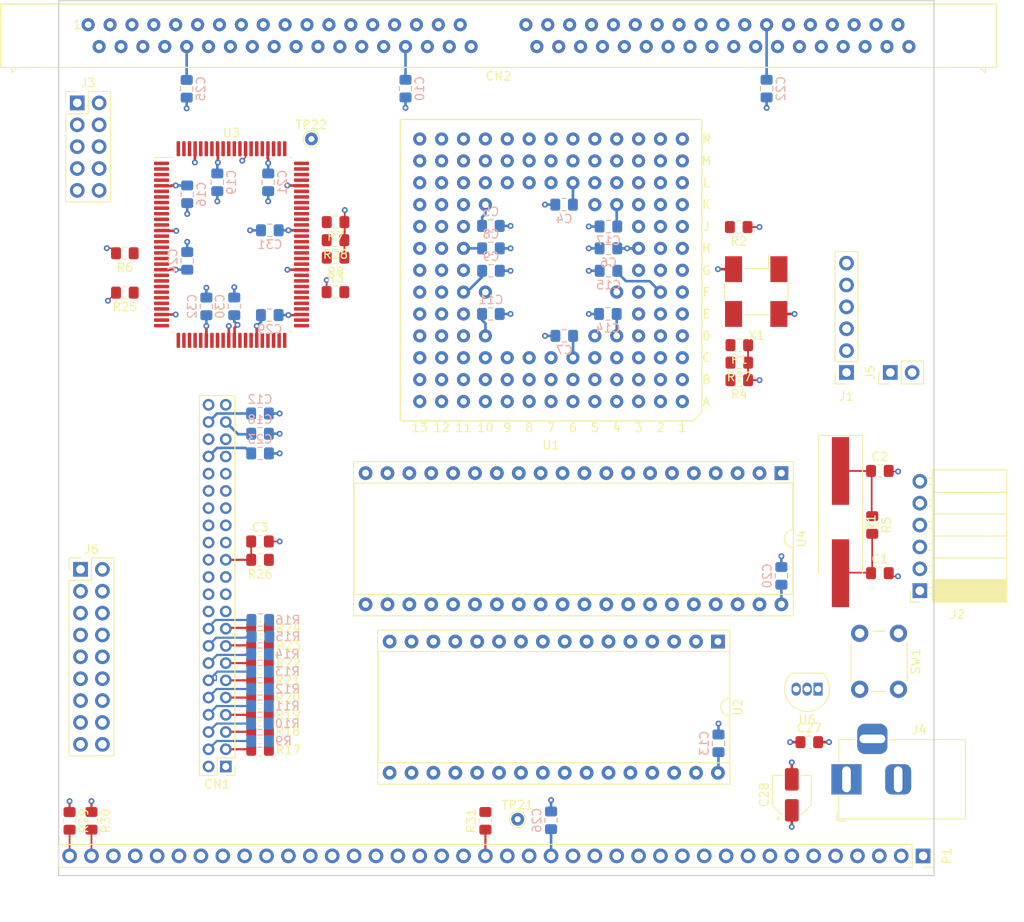
<source format=kicad_pcb>
(kicad_pcb (version 20171130) (host pcbnew "(5.1.5)-3")
  (layers (0 F.Cu signal) (1 In1.Cu.Vcc power hide) (2 In2.Cu.gnd power hide) (31 B.Cu signal) (34 B.Paste user) (35 F.Paste user) (36 B.SilkS user) (37 F.SilkS user) (38 B.Mask user) (39 F.Mask user) (44 Edge.Cuts user))
  (net 0 "")
  (net 1 GND)
  (net 2 "Net-(C1-Pad1)")
  (net 3 "Net-(C2-Pad1)")
  (net 4 "Net-(C3-Pad1)")
  (net 5 VCC)
  (net 6 /~RESET)
  (net 7 "Net-(CN1-Pad3)")
  (net 8 "Net-(CN1-Pad4)")
  (net 9 "Net-(CN1-Pad5)")
  (net 10 "Net-(CN1-Pad6)")
  (net 11 "Net-(CN1-Pad7)")
  (net 12 "Net-(CN1-Pad8)")
  (net 13 "Net-(CN1-Pad9)")
  (net 14 "Net-(CN1-Pad10)")
  (net 15 "Net-(CN1-Pad11)")
  (net 16 "Net-(CN1-Pad12)")
  (net 17 "Net-(CN1-Pad13)")
  (net 18 "Net-(CN1-Pad14)")
  (net 19 "Net-(CN1-Pad15)")
  (net 20 "Net-(CN1-Pad16)")
  (net 21 "Net-(CN1-Pad17)")
  (net 22 "Net-(CN1-Pad18)")
  (net 23 "Net-(CN1-Pad21)")
  (net 24 /~CFWR)
  (net 25 "Net-(CN1-Pad27)")
  (net 26 "Net-(CN1-Pad28)")
  (net 27 "Net-(CN1-Pad29)")
  (net 28 /CFINT)
  (net 29 "Net-(CN1-Pad32)")
  (net 30 /ABUS2)
  (net 31 "Net-(CN1-Pad34)")
  (net 32 /ABUS1)
  (net 33 /ABUS3)
  (net 34 /~CFCS)
  (net 35 "Net-(CN1-Pad39)")
  (net 36 "Net-(CN1-Pad44)")
  (net 37 /DBUS0)
  (net 38 /DBUS16)
  (net 39 /DBUS1)
  (net 40 /DBUS17)
  (net 41 /DBUS2)
  (net 42 /DBUS18)
  (net 43 /DBUS3)
  (net 44 /DBUS19)
  (net 45 "Net-(CN2-Pad11)")
  (net 46 /MA0)
  (net 47 /MA1)
  (net 48 /MA2)
  (net 49 /MA3)
  (net 50 /MA4)
  (net 51 /MA5)
  (net 52 /MA6)
  (net 53 /MA10)
  (net 54 /DBUS4)
  (net 55 /DBUS20)
  (net 56 /DBUS5)
  (net 57 /DBUS21)
  (net 58 /DBUS6)
  (net 59 /DBUS22)
  (net 60 /DBUS7)
  (net 61 /DBUS23)
  (net 62 /MA7)
  (net 63 /MA11)
  (net 64 /MA8)
  (net 65 /MA9)
  (net 66 /~RAS1)
  (net 67 /~RAS0)
  (net 68 "Net-(CN2-Pad35)")
  (net 69 "Net-(CN2-Pad36)")
  (net 70 "Net-(CN2-Pad37)")
  (net 71 "Net-(CN2-Pad38)")
  (net 72 /~CAS0)
  (net 73 /~CAS2)
  (net 74 /~CAS3)
  (net 75 /~CAS1)
  (net 76 "Net-(CN2-Pad46)")
  (net 77 /~SIMMWE)
  (net 78 "Net-(CN2-Pad48)")
  (net 79 /DBUS8)
  (net 80 /DBUS24)
  (net 81 /DBUS9)
  (net 82 /DBUS25)
  (net 83 /DBUS10)
  (net 84 /DBUS26)
  (net 85 /DBUS11)
  (net 86 /DBUS27)
  (net 87 /DBUS12)
  (net 88 /DBUS28)
  (net 89 /DBUS29)
  (net 90 /DBUS13)
  (net 91 /DBUS30)
  (net 92 /DBUS14)
  (net 93 /DBUS31)
  (net 94 /DBUS15)
  (net 95 "Net-(CN2-Pad66)")
  (net 96 "Net-(CN2-Pad67)")
  (net 97 "Net-(CN2-Pad68)")
  (net 98 "Net-(CN2-Pad69)")
  (net 99 "Net-(CN2-Pad70)")
  (net 100 "Net-(CN2-Pad71)")
  (net 101 "Net-(J1-Pad1)")
  (net 102 /TXA)
  (net 103 /RXA)
  (net 104 "Net-(J1-Pad4)")
  (net 105 "Net-(J1-Pad6)")
  (net 106 "Net-(J2-Pad1)")
  (net 107 /TXB)
  (net 108 /RXB)
  (net 109 "Net-(J2-Pad4)")
  (net 110 "Net-(J2-Pad6)")
  (net 111 "Net-(J3-Pad1)")
  (net 112 "Net-(J3-Pad3)")
  (net 113 "Net-(J3-Pad4)")
  (net 114 "Net-(J3-Pad5)")
  (net 115 "Net-(J3-Pad6)")
  (net 116 "Net-(J3-Pad7)")
  (net 117 "Net-(J3-Pad8)")
  (net 118 "Net-(J3-Pad9)")
  (net 119 /ABUS15)
  (net 120 /ABUS14)
  (net 121 /ABUS13)
  (net 122 /ABUS12)
  (net 123 /ABUS11)
  (net 124 /ABUS10)
  (net 125 /ABUS9)
  (net 126 /ABUS8)
  (net 127 /ABUS7)
  (net 128 /ABUS6)
  (net 129 /ABUS5)
  (net 130 /ABUS4)
  (net 131 /ABUS0)
  (net 132 "Net-(P1-Pad19)")
  (net 133 "Net-(P1-Pad21)")
  (net 134 /~INTX)
  (net 135 /~MREQ)
  (net 136 /R~W)
  (net 137 /~DSACK0)
  (net 138 /~IORQ)
  (net 139 "Net-(P1-Pad37)")
  (net 140 "Net-(P1-Pad38)")
  (net 141 /SPARE3)
  (net 142 /SPARE4)
  (net 143 /~AVEC)
  (net 144 "Net-(R2-Pad2)")
  (net 145 /~MMUDIS)
  (net 146 /~BR)
  (net 147 /~IRQ681)
  (net 148 /~CFRD)
  (net 149 /CLK)
  (net 150 "Net-(U1-PadB1)")
  (net 151 /FC1)
  (net 152 /FC2)
  (net 153 /~STERM)
  (net 154 /~BERR)
  (net 155 /~CBACK)
  (net 156 /~CBREQ)
  (net 157 /~CIIN)
  (net 158 "Net-(U1-PadM1)")
  (net 159 "Net-(U1-PadB2)")
  (net 160 "Net-(U1-PadC2)")
  (net 161 /FC0)
  (net 162 /~DSACK1)
  (net 163 /nAS)
  (net 164 "Net-(U1-PadK2)")
  (net 165 /SIZ0)
  (net 166 "Net-(U1-PadM2)")
  (net 167 "Net-(U1-PadA3)")
  (net 168 "Net-(U1-PadB3)")
  (net 169 "Net-(U1-PadD3)")
  (net 170 /SIZ1)
  (net 171 "Net-(U1-PadA4)")
  (net 172 "Net-(U1-PadB4)")
  (net 173 "Net-(U1-PadF4)")
  (net 174 /ABUS26)
  (net 175 /ABUS27)
  (net 176 "Net-(U1-PadD5)")
  (net 177 "Net-(U1-PadK5)")
  (net 178 /ABUS24)
  (net 179 /ABUS25)
  (net 180 /ABUS23)
  (net 181 /ABUS22)
  (net 182 /ABUS21)
  (net 183 /ABUS20)
  (net 184 /ABUS18)
  (net 185 /ABUS19)
  (net 186 /ABUS16)
  (net 187 /ABUS17)
  (net 188 "Net-(U1-PadF10)")
  (net 189 "Net-(U1-PadE12)")
  (net 190 /~IPL2)
  (net 191 "Net-(U1-PadJ12)")
  (net 192 "Net-(U1-PadE13)")
  (net 193 /~IPL1)
  (net 194 /~IPL0)
  (net 195 "Net-(U1-PadJ13)")
  (net 196 /~CSBOOT)
  (net 197 /~OE)
  (net 198 /~IACK681)
  (net 199 /~CS681)
  (net 200 "Net-(X1-Pad1)")
  (net 201 /TP4)
  (net 202 /TP11)
  (net 203 "Net-(J6-Pad17)")
  (net 204 /TP10)
  (net 205 /TP9)
  (net 206 /TP8)
  (net 207 "Net-(J6-Pad13)")
  (net 208 "Net-(J6-Pad11)")
  (net 209 "Net-(J6-Pad10)")
  (net 210 /TP18)
  (net 211 /TP17)
  (net 212 /TP16)
  (net 213 /TP15)
  (net 214 /TP14)
  (net 215 /TP13)
  (net 216 /TP12)
  (net 217 "Net-(J6-Pad2)")
  (net 218 "Net-(TP22-Pad1)")
  (module Custom:PQFP-100_14x20mm_P0.65mm_narrowpads (layer F.Cu) (at 35.306 43.561)
    (fp_text reference U3 (at 0 -12.95) (layer F.SilkS))
    (fp_text value EPM7128SQC100)
    (pad 100 smd roundrect (at -6.175 -11.125) (size 0.4064 1.75) (layers F.Cu F.Paste F.Mask) (net 66 /~RAS1))
    (pad 99 smd roundrect (at -5.525 -11.125) (size 0.4064 1.75) (layers F.Cu F.Paste F.Mask) (net 157 /~CIIN))
    (pad 98 smd roundrect (at -4.875 -11.125) (size 0.4064 1.75) (layers F.Cu F.Paste F.Mask) (net 154 /~BERR))
    (pad 97 smd roundrect (at -4.225 -11.125) (size 0.4064 1.75) (layers F.Cu F.Paste F.Mask) (net 1 GND))
    (pad 96 smd roundrect (at -3.575 -11.125) (size 0.4064 1.75) (layers F.Cu F.Paste F.Mask) (net 196 /~CSBOOT))
    (pad 95 smd roundrect (at -2.925 -11.125) (size 0.4064 1.75) (layers F.Cu F.Paste F.Mask) (net 153 /~STERM))
    (pad 94 smd roundrect (at -2.275 -11.125) (size 0.4064 1.75) (layers F.Cu F.Paste F.Mask) (net 199 /~CS681))
    (pad 93 smd roundrect (at -1.625 -11.125) (size 0.4064 1.75) (layers F.Cu F.Paste F.Mask) (net 5 VCC))
    (pad 92 smd roundrect (at -0.975 -11.125) (size 0.4064 1.75) (layers F.Cu F.Paste F.Mask) (net 163 /nAS))
    (pad 91 smd roundrect (at -0.325 -11.125) (size 0.4064 1.75) (layers F.Cu F.Paste F.Mask) (net 6 /~RESET))
    (pad 90 smd roundrect (at 0.325 -11.125) (size 0.4064 1.75) (layers F.Cu F.Paste F.Mask) (net 136 /R~W))
    (pad 89 smd roundrect (at 0.975 -11.125) (size 0.4064 1.75) (layers F.Cu F.Paste F.Mask) (net 149 /CLK))
    (pad 88 smd roundrect (at 1.625 -11.125) (size 0.4064 1.75) (layers F.Cu F.Paste F.Mask) (net 1 GND))
    (pad 87 smd roundrect (at 2.275 -11.125) (size 0.4064 1.75) (layers F.Cu F.Paste F.Mask) (net 152 /FC2))
    (pad 86 smd roundrect (at 2.925 -11.125) (size 0.4064 1.75) (layers F.Cu F.Paste F.Mask) (net 151 /FC1))
    (pad 85 smd roundrect (at 3.575 -11.125) (size 0.4064 1.75) (layers F.Cu F.Paste F.Mask) (net 161 /FC0))
    (pad 84 smd roundrect (at 4.225 -11.125) (size 0.4064 1.75) (layers F.Cu F.Paste F.Mask) (net 5 VCC))
    (pad 83 smd roundrect (at 4.875 -11.125) (size 0.4064 1.75) (layers F.Cu F.Paste F.Mask) (net 197 /~OE))
    (pad 82 smd roundrect (at 5.525 -11.125) (size 0.4064 1.75) (layers F.Cu F.Paste F.Mask) (net 218 "Net-(TP22-Pad1)"))
    (pad 81 smd roundrect (at 6.175 -11.125) (size 0.4064 1.75) (layers F.Cu F.Paste F.Mask) (net 135 /~MREQ))
    (pad 80 smd roundrect (at 8.125 -9.425) (size 1.75 0.4064) (layers F.Cu F.Paste F.Mask) (net 143 /~AVEC))
    (pad 79 smd roundrect (at 8.125 -8.775) (size 1.75 0.4064) (layers F.Cu F.Paste F.Mask) (net 30 /ABUS2))
    (pad 78 smd roundrect (at 8.125 -8.125) (size 1.75 0.4064) (layers F.Cu F.Paste F.Mask) (net 32 /ABUS1))
    (pad 77 smd roundrect (at 8.125 -7.475) (size 1.75 0.4064) (layers F.Cu F.Paste F.Mask) (net 131 /ABUS0))
    (pad 76 smd roundrect (at 8.125 -6.825) (size 1.75 0.4064) (layers F.Cu F.Paste F.Mask) (net 1 GND))
    (pad 75 smd roundrect (at 8.125 -6.175) (size 1.75 0.4064) (layers F.Cu F.Paste F.Mask) (net 112 "Net-(J3-Pad3)"))
    (pad 74 smd roundrect (at 8.125 -5.525) (size 1.75 0.4064) (layers F.Cu F.Paste F.Mask) (net 138 /~IORQ))
    (pad 73 smd roundrect (at 8.125 -4.875) (size 1.75 0.4064) (layers F.Cu F.Paste F.Mask) (net 170 /SIZ1))
    (pad 72 smd roundrect (at 8.125 -4.225) (size 1.75 0.4064) (layers F.Cu F.Paste F.Mask) (net 165 /SIZ0))
    (pad 71 smd roundrect (at 8.125 -3.575) (size 1.75 0.4064) (layers F.Cu F.Paste F.Mask) (net 190 /~IPL2))
    (pad 70 smd roundrect (at 8.125 -2.925) (size 1.75 0.4064) (layers F.Cu F.Paste F.Mask) (net 193 /~IPL1))
    (pad 69 smd roundrect (at 8.125 -2.275) (size 1.75 0.4064) (layers F.Cu F.Paste F.Mask) (net 147 /~IRQ681))
    (pad 68 smd roundrect (at 8.125 -1.625) (size 1.75 0.4064) (layers F.Cu F.Paste F.Mask) (net 5 VCC))
    (pad 67 smd roundrect (at 8.125 -0.975) (size 1.75 0.4064) (layers F.Cu F.Paste F.Mask) (net 134 /~INTX))
    (pad 66 smd roundrect (at 8.125 -0.325) (size 1.75 0.4064) (layers F.Cu F.Paste F.Mask) (net 198 /~IACK681))
    (pad 65 smd roundrect (at 8.125 0.325) (size 1.75 0.4064) (layers F.Cu F.Paste F.Mask) (net 194 /~IPL0))
    (pad 64 smd roundrect (at 8.125 0.975) (size 1.75 0.4064) (layers F.Cu F.Paste F.Mask) (net 111 "Net-(J3-Pad1)"))
    (pad 63 smd roundrect (at 8.125 1.625) (size 1.75 0.4064) (layers F.Cu F.Paste F.Mask) (net 156 /~CBREQ))
    (pad 62 smd roundrect (at 8.125 2.275) (size 1.75 0.4064) (layers F.Cu F.Paste F.Mask) (net 155 /~CBACK))
    (pad 61 smd roundrect (at 8.125 2.925) (size 1.75 0.4064) (layers F.Cu F.Paste F.Mask) (net 1 GND))
    (pad 60 smd roundrect (at 8.125 3.575) (size 1.75 0.4064) (layers F.Cu F.Paste F.Mask) (net 162 /~DSACK1))
    (pad 59 smd roundrect (at 8.125 4.225) (size 1.75 0.4064) (layers F.Cu F.Paste F.Mask) (net 137 /~DSACK0))
    (pad 58 smd roundrect (at 8.125 4.875) (size 1.75 0.4064) (layers F.Cu F.Paste F.Mask) (net 24 /~CFWR))
    (pad 57 smd roundrect (at 8.125 5.525) (size 1.75 0.4064) (layers F.Cu F.Paste F.Mask) (net 34 /~CFCS))
    (pad 56 smd roundrect (at 8.125 6.175) (size 1.75 0.4064) (layers F.Cu F.Paste F.Mask) (net 148 /~CFRD))
    (pad 55 smd roundrect (at 8.125 6.825) (size 1.75 0.4064) (layers F.Cu F.Paste F.Mask) (net 175 /ABUS27))
    (pad 54 smd roundrect (at 8.125 7.475) (size 1.75 0.4064) (layers F.Cu F.Paste F.Mask) (net 174 /ABUS26))
    (pad 53 smd roundrect (at 8.125 8.125) (size 1.75 0.4064) (layers F.Cu F.Paste F.Mask) (net 5 VCC))
    (pad 52 smd roundrect (at 8.125 8.775) (size 1.75 0.4064) (layers F.Cu F.Paste F.Mask) (net 179 /ABUS25))
    (pad 51 smd roundrect (at 8.125 9.425) (size 1.75 0.4064) (layers F.Cu F.Paste F.Mask) (net 178 /ABUS24))
    (pad 50 smd roundrect (at 6.175 11.125) (size 0.4064 1.75) (layers F.Cu F.Paste F.Mask) (net 180 /ABUS23))
    (pad 49 smd roundrect (at 5.525 11.125) (size 0.4064 1.75) (layers F.Cu F.Paste F.Mask) (net 181 /ABUS22))
    (pad 48 smd roundrect (at 4.875 11.125) (size 0.4064 1.75) (layers F.Cu F.Paste F.Mask) (net 182 /ABUS21))
    (pad 47 smd roundrect (at 4.225 11.125) (size 0.4064 1.75) (layers F.Cu F.Paste F.Mask) (net 183 /ABUS20))
    (pad 46 smd roundrect (at 3.575 11.125) (size 0.4064 1.75) (layers F.Cu F.Paste F.Mask) (net 185 /ABUS19))
    (pad 45 smd roundrect (at 2.925 11.125) (size 0.4064 1.75) (layers F.Cu F.Paste F.Mask) (net 1 GND))
    (pad 44 smd roundrect (at 2.275 11.125) (size 0.4064 1.75) (layers F.Cu F.Paste F.Mask) (net 184 /ABUS18))
    (pad 43 smd roundrect (at 1.625 11.125) (size 0.4064 1.75) (layers F.Cu F.Paste F.Mask) (net 187 /ABUS17))
    (pad 42 smd roundrect (at 0.975 11.125) (size 0.4064 1.75) (layers F.Cu F.Paste F.Mask) (net 186 /ABUS16))
    (pad 41 smd roundrect (at 0.325 11.125) (size 0.4064 1.75) (layers F.Cu F.Paste F.Mask) (net 5 VCC))
    (pad 40 smd roundrect (at -0.325 11.125) (size 0.4064 1.75) (layers F.Cu F.Paste F.Mask) (net 1 GND))
    (pad 39 smd roundrect (at -0.975 11.125) (size 0.4064 1.75) (layers F.Cu F.Paste F.Mask) (net 119 /ABUS15))
    (pad 38 smd roundrect (at -1.625 11.125) (size 0.4064 1.75) (layers F.Cu F.Paste F.Mask) (net 120 /ABUS14))
    (pad 37 smd roundrect (at -2.275 11.125) (size 0.4064 1.75) (layers F.Cu F.Paste F.Mask) (net 121 /ABUS13))
    (pad 36 smd roundrect (at -2.925 11.125) (size 0.4064 1.75) (layers F.Cu F.Paste F.Mask) (net 5 VCC))
    (pad 35 smd roundrect (at -3.575 11.125) (size 0.4064 1.75) (layers F.Cu F.Paste F.Mask) (net 122 /ABUS12))
    (pad 34 smd roundrect (at -4.225 11.125) (size 0.4064 1.75) (layers F.Cu F.Paste F.Mask) (net 123 /ABUS11))
    (pad 33 smd roundrect (at -4.875 11.125) (size 0.4064 1.75) (layers F.Cu F.Paste F.Mask) (net 124 /ABUS10))
    (pad 32 smd roundrect (at -5.525 11.125) (size 0.4064 1.75) (layers F.Cu F.Paste F.Mask) (net 125 /ABUS9))
    (pad 31 smd roundrect (at -6.175 11.125) (size 0.4064 1.75) (layers F.Cu F.Paste F.Mask) (net 126 /ABUS8))
    (pad 30 smd roundrect (at -8.125 9.425) (size 1.75 0.4064) (layers F.Cu F.Paste F.Mask) (net 127 /ABUS7))
    (pad 29 smd roundrect (at -8.125 8.775) (size 1.75 0.4064) (layers F.Cu F.Paste F.Mask) (net 128 /ABUS6))
    (pad 28 smd roundrect (at -8.125 8.125) (size 1.75 0.4064) (layers F.Cu F.Paste F.Mask) (net 1 GND))
    (pad 27 smd roundrect (at -8.125 7.475) (size 1.75 0.4064) (layers F.Cu F.Paste F.Mask) (net 129 /ABUS5))
    (pad 26 smd roundrect (at -8.125 6.825) (size 1.75 0.4064) (layers F.Cu F.Paste F.Mask) (net 130 /ABUS4))
    (pad 25 smd roundrect (at -8.125 6.175) (size 1.75 0.4064) (layers F.Cu F.Paste F.Mask) (net 33 /ABUS3))
    (pad 24 smd roundrect (at -8.125 5.525) (size 1.75 0.4064) (layers F.Cu F.Paste F.Mask) (net 28 /CFINT))
    (pad 23 smd roundrect (at -8.125 4.875) (size 1.75 0.4064) (layers F.Cu F.Paste F.Mask) (net 50 /MA4))
    (pad 22 smd roundrect (at -8.125 4.225) (size 1.75 0.4064) (layers F.Cu F.Paste F.Mask) (net 49 /MA3))
    (pad 21 smd roundrect (at -8.125 3.575) (size 1.75 0.4064) (layers F.Cu F.Paste F.Mask) (net 48 /MA2))
    (pad 20 smd roundrect (at -8.125 2.925) (size 1.75 0.4064) (layers F.Cu F.Paste F.Mask) (net 5 VCC))
    (pad 19 smd roundrect (at -8.125 2.275) (size 1.75 0.4064) (layers F.Cu F.Paste F.Mask) (net 47 /MA1))
    (pad 18 smd roundrect (at -8.125 1.625) (size 1.75 0.4064) (layers F.Cu F.Paste F.Mask) (net 46 /MA0))
    (pad 17 smd roundrect (at -8.125 0.975) (size 1.75 0.4064) (layers F.Cu F.Paste F.Mask) (net 114 "Net-(J3-Pad5)"))
    (pad 16 smd roundrect (at -8.125 0.325) (size 1.75 0.4064) (layers F.Cu F.Paste F.Mask) (net 63 /MA11))
    (pad 15 smd roundrect (at -8.125 -0.325) (size 1.75 0.4064) (layers F.Cu F.Paste F.Mask) (net 53 /MA10))
    (pad 14 smd roundrect (at -8.125 -0.975) (size 1.75 0.4064) (layers F.Cu F.Paste F.Mask) (net 65 /MA9))
    (pad 13 smd roundrect (at -8.125 -1.625) (size 1.75 0.4064) (layers F.Cu F.Paste F.Mask) (net 1 GND))
    (pad 12 smd roundrect (at -8.125 -2.275) (size 1.75 0.4064) (layers F.Cu F.Paste F.Mask) (net 64 /MA8))
    (pad 11 smd roundrect (at -8.125 -2.925) (size 1.75 0.4064) (layers F.Cu F.Paste F.Mask) (net 62 /MA7))
    (pad 10 smd roundrect (at -8.125 -3.575) (size 1.75 0.4064) (layers F.Cu F.Paste F.Mask) (net 52 /MA6))
    (pad 9 smd roundrect (at -8.125 -4.225) (size 1.75 0.4064) (layers F.Cu F.Paste F.Mask) (net 51 /MA5))
    (pad 8 smd roundrect (at -8.125 -4.875) (size 1.75 0.4064) (layers F.Cu F.Paste F.Mask) (net 77 /~SIMMWE))
    (pad 7 smd roundrect (at -8.125 -5.525) (size 1.75 0.4064) (layers F.Cu F.Paste F.Mask) (net 67 /~RAS0))
    (pad 6 smd roundrect (at -8.125 -6.175) (size 1.75 0.4064) (layers F.Cu F.Paste F.Mask) (net 118 "Net-(J3-Pad9)"))
    (pad 5 smd roundrect (at -8.125 -6.825) (size 1.75 0.4064) (layers F.Cu F.Paste F.Mask) (net 5 VCC))
    (pad 4 smd roundrect (at -8.125 -7.475) (size 1.75 0.4064) (layers F.Cu F.Paste F.Mask) (net 74 /~CAS3))
    (pad 3 smd roundrect (at -8.125 -8.125) (size 1.75 0.4064) (layers F.Cu F.Paste F.Mask) (net 73 /~CAS2))
    (pad 2 smd roundrect (at -8.125 -8.775) (size 1.75 0.4064) (layers F.Cu F.Paste F.Mask) (net 75 /~CAS1))
    (pad 1 smd roundrect (at -8.125 -9.425) (size 1.75 0.4064) (layers F.Cu F.Paste F.Mask) (net 72 /~CAS0))
  )
  (module Connector_PinHeader_2.54mm:PinHeader_2x09_P2.54mm_Vertical (layer F.Cu) (at 17.78 81.28)
    (fp_text reference J6 (at 1.27 -2.33) (layer F.SilkS))
    (fp_text value Conn_01x09)
    (pad 18 thru_hole oval (at 2.54 20.32) (size 1.7 1.7) (drill 1) (layers *.Cu *.Mask) (net 5 VCC))
    (pad 17 thru_hole oval (at 0 20.32) (size 1.7 1.7) (drill 1) (layers *.Cu *.Mask) (net 203 "Net-(J6-Pad17)"))
    (pad 16 thru_hole oval (at 2.54 17.78) (size 1.7 1.7) (drill 1) (layers *.Cu *.Mask) (net 204 /TP10))
    (pad 15 thru_hole oval (at 0 17.78) (size 1.7 1.7) (drill 1) (layers *.Cu *.Mask) (net 205 /TP9))
    (pad 14 thru_hole oval (at 2.54 15.24) (size 1.7 1.7) (drill 1) (layers *.Cu *.Mask) (net 206 /TP8))
    (pad 13 thru_hole oval (at 0 15.24) (size 1.7 1.7) (drill 1) (layers *.Cu *.Mask) (net 207 "Net-(J6-Pad13)"))
    (pad 12 thru_hole oval (at 2.54 12.7) (size 1.7 1.7) (drill 1) (layers *.Cu *.Mask) (net 1 GND))
    (pad 11 thru_hole oval (at 0 12.7) (size 1.7 1.7) (drill 1) (layers *.Cu *.Mask) (net 208 "Net-(J6-Pad11)"))
    (pad 10 thru_hole oval (at 2.54 10.16) (size 1.7 1.7) (drill 1) (layers *.Cu *.Mask) (net 209 "Net-(J6-Pad10)"))
    (pad 9 thru_hole oval (at 0 10.16) (size 1.7 1.7) (drill 1) (layers *.Cu *.Mask) (net 210 /TP18))
    (pad 8 thru_hole oval (at 2.54 7.62) (size 1.7 1.7) (drill 1) (layers *.Cu *.Mask) (net 211 /TP17))
    (pad 7 thru_hole oval (at 0 7.62) (size 1.7 1.7) (drill 1) (layers *.Cu *.Mask) (net 212 /TP16))
    (pad 6 thru_hole oval (at 2.54 5.08) (size 1.7 1.7) (drill 1) (layers *.Cu *.Mask) (net 213 /TP15))
    (pad 5 thru_hole oval (at 0 5.08) (size 1.7 1.7) (drill 1) (layers *.Cu *.Mask) (net 214 /TP14))
    (pad 4 thru_hole oval (at 2.54 2.54) (size 1.7 1.7) (drill 1) (layers *.Cu *.Mask) (net 215 /TP13))
    (pad 3 thru_hole oval (at 0 2.54) (size 1.7 1.7) (drill 1) (layers *.Cu *.Mask) (net 216 /TP12))
    (pad 2 thru_hole oval (at 2.54 0) (size 1.7 1.7) (drill 1) (layers *.Cu *.Mask) (net 217 "Net-(J6-Pad2)"))
    (pad 1 thru_hole rect (at 0 0) (size 1.7 1.7) (drill 1) (layers *.Cu *.Mask) (net 1 GND))
  )
  (module Connector_PinHeader_2.54mm:PinHeader_1x02_P2.54mm_Vertical (layer F.Cu) (at 111.76 58.42 90)
    (fp_text reference J5 (at 0 -2.33 90) (layer F.SilkS))
    (fp_text value Conn_01x02)
    (pad 2 thru_hole oval (at 0 2.54 90) (size 1.7 1.7) (drill 1) (layers *.Cu *.Mask) (net 201 /TP4))
    (pad 1 thru_hole rect (at 0 0 90) (size 1.7 1.7) (drill 1) (layers *.Cu *.Mask) (net 202 /TP11))
  )
  (module Custom:MC68030-RC (layer F.Cu) (at 72.39 46.5455 180)
    (fp_text reference U1 (at 0 -20.32) (layer F.SilkS))
    (fp_text value 68030PGA)
    (fp_text user 13 (at 15.24 -18.28 180) (layer F.SilkS))
    (fp_text user 12 (at 12.7 -18.28 180) (layer F.SilkS))
    (fp_text user 11 (at 10.16 -18.28 180) (layer F.SilkS))
    (fp_text user 10 (at 7.62 -18.28 180) (layer F.SilkS))
    (fp_text user 9 (at 5.08 -18.28 180) (layer F.SilkS))
    (fp_text user 8 (at 2.54 -18.28 180) (layer F.SilkS))
    (fp_text user 7 (at 0 -18.28 180) (layer F.SilkS))
    (fp_text user 6 (at -2.54 -18.28 180) (layer F.SilkS))
    (fp_text user 5 (at -5.08 -18.28 180) (layer F.SilkS))
    (fp_text user 4 (at -7.62 -18.28 180) (layer F.SilkS))
    (fp_text user 3 (at -10.16 -18.28 180) (layer F.SilkS))
    (fp_text user 2 (at -12.7 -18.28 180) (layer F.SilkS))
    (fp_text user 1 (at -15.24 -18.28 180) (layer F.SilkS))
    (fp_text user N (at -18.03 15.24 180) (layer F.SilkS))
    (fp_text user M (at -18.03 12.7 180) (layer F.SilkS))
    (fp_text user L (at -18.03 10.16 180) (layer F.SilkS))
    (fp_text user K (at -18.03 7.62 180) (layer F.SilkS))
    (fp_text user J (at -18.03 5.08 180) (layer F.SilkS))
    (fp_text user H (at -18.03 2.54 180) (layer F.SilkS))
    (fp_text user G (at -18.03 0 180) (layer F.SilkS))
    (fp_text user F (at -18.03 -2.54 180) (layer F.SilkS))
    (fp_text user E (at -18.03 -5.08 180) (layer F.SilkS))
    (fp_text user D (at -18.03 -7.62 180) (layer F.SilkS))
    (fp_text user C (at -18.03 -10.16 180) (layer F.SilkS))
    (fp_text user B (at -18.03 -12.7 180) (layer F.SilkS))
    (fp_text user A (at -18.03 -15.24 180) (layer F.SilkS))
    (pad N13 thru_hole circle (at 15.24 15.24 90) (size 1.524 1.524) (drill 0.762) (layers *.Cu *.Mask) (net 79 /DBUS8))
    (pad M13 thru_hole circle (at 15.24 12.7 90) (size 1.524 1.524) (drill 0.762) (layers *.Cu *.Mask) (net 43 /DBUS3))
    (pad L13 thru_hole circle (at 15.24 10.16 90) (size 1.524 1.524) (drill 0.762) (layers *.Cu *.Mask) (net 41 /DBUS2))
    (pad K13 thru_hole circle (at 15.24 7.62 90) (size 1.524 1.524) (drill 0.762) (layers *.Cu *.Mask) (net 37 /DBUS0))
    (pad J13 thru_hole circle (at 15.24 5.08 90) (size 1.524 1.524) (drill 0.762) (layers *.Cu *.Mask) (net 195 "Net-(U1-PadJ13)"))
    (pad H13 thru_hole circle (at 15.24 2.54 90) (size 1.524 1.524) (drill 0.762) (layers *.Cu *.Mask) (net 194 /~IPL0))
    (pad G13 thru_hole circle (at 15.24 0 90) (size 1.524 1.524) (drill 0.762) (layers *.Cu *.Mask) (net 193 /~IPL1))
    (pad F13 thru_hole circle (at 15.24 -2.54 90) (size 1.524 1.524) (drill 0.762) (layers *.Cu *.Mask) (net 145 /~MMUDIS))
    (pad E13 thru_hole circle (at 15.24 -5.08 90) (size 1.524 1.524) (drill 0.762) (layers *.Cu *.Mask) (net 192 "Net-(U1-PadE13)"))
    (pad D13 thru_hole circle (at 15.24 -7.62 90) (size 1.524 1.524) (drill 0.762) (layers *.Cu *.Mask) (net 30 /ABUS2))
    (pad C13 thru_hole circle (at 15.24 -10.16 90) (size 1.524 1.524) (drill 0.762) (layers *.Cu *.Mask) (net 130 /ABUS4))
    (pad B13 thru_hole circle (at 15.24 -12.7 90) (size 1.524 1.524) (drill 0.762) (layers *.Cu *.Mask) (net 127 /ABUS7))
    (pad A13 thru_hole circle (at 15.24 -15.24 90) (size 1.524 1.524) (drill 0.762) (layers *.Cu *.Mask) (net 124 /ABUS10))
    (pad N12 thru_hole circle (at 12.7 15.24 90) (size 1.524 1.524) (drill 0.762) (layers *.Cu *.Mask) (net 85 /DBUS11))
    (pad M12 thru_hole circle (at 12.7 12.7 90) (size 1.524 1.524) (drill 0.762) (layers *.Cu *.Mask) (net 58 /DBUS6))
    (pad L12 thru_hole circle (at 12.7 10.16 90) (size 1.524 1.524) (drill 0.762) (layers *.Cu *.Mask) (net 54 /DBUS4))
    (pad K12 thru_hole circle (at 12.7 7.62 90) (size 1.524 1.524) (drill 0.762) (layers *.Cu *.Mask) (net 39 /DBUS1))
    (pad J12 thru_hole circle (at 12.7 5.08 90) (size 1.524 1.524) (drill 0.762) (layers *.Cu *.Mask) (net 191 "Net-(U1-PadJ12)"))
    (pad H12 thru_hole circle (at 12.7 2.54 90) (size 1.524 1.524) (drill 0.762) (layers *.Cu *.Mask) (net 145 /~MMUDIS))
    (pad G12 thru_hole circle (at 12.7 0 90) (size 1.524 1.524) (drill 0.762) (layers *.Cu *.Mask) (net 190 /~IPL2))
    (pad F12 thru_hole circle (at 12.7 -2.54 90) (size 1.524 1.524) (drill 0.762) (layers *.Cu *.Mask) (net 6 /~RESET))
    (pad E12 thru_hole circle (at 12.7 -5.08 90) (size 1.524 1.524) (drill 0.762) (layers *.Cu *.Mask) (net 189 "Net-(U1-PadE12)"))
    (pad D12 thru_hole circle (at 12.7 -7.62 90) (size 1.524 1.524) (drill 0.762) (layers *.Cu *.Mask) (net 33 /ABUS3))
    (pad C12 thru_hole circle (at 12.7 -10.16 90) (size 1.524 1.524) (drill 0.762) (layers *.Cu *.Mask) (net 129 /ABUS5))
    (pad B12 thru_hole circle (at 12.7 -12.7 90) (size 1.524 1.524) (drill 0.762) (layers *.Cu *.Mask) (net 126 /ABUS8))
    (pad A12 thru_hole circle (at 12.7 -15.24 90) (size 1.524 1.524) (drill 0.762) (layers *.Cu *.Mask) (net 121 /ABUS13))
    (pad N11 thru_hole circle (at 10.16 15.24 90) (size 1.524 1.524) (drill 0.762) (layers *.Cu *.Mask) (net 90 /DBUS13))
    (pad M11 thru_hole circle (at 10.16 12.7 90) (size 1.524 1.524) (drill 0.762) (layers *.Cu *.Mask) (net 81 /DBUS9))
    (pad L11 thru_hole circle (at 10.16 10.16 90) (size 1.524 1.524) (drill 0.762) (layers *.Cu *.Mask) (net 60 /DBUS7))
    (pad K11 thru_hole circle (at 10.16 7.62 90) (size 1.524 1.524) (drill 0.762) (layers *.Cu *.Mask) (net 56 /DBUS5))
    (pad J11 thru_hole circle (at 10.16 5.08 90) (size 1.524 1.524) (drill 0.762) (layers *.Cu *.Mask) (net 1 GND))
    (pad H11 thru_hole circle (at 10.16 2.54 90) (size 1.524 1.524) (drill 0.762) (layers *.Cu *.Mask) (net 5 VCC))
    (pad G11 thru_hole circle (at 10.16 0 90) (size 1.524 1.524) (drill 0.762) (layers *.Cu *.Mask) (net 1 GND))
    (pad F11 thru_hole circle (at 10.16 -2.54 90) (size 1.524 1.524) (drill 0.762) (layers *.Cu *.Mask) (net 5 VCC))
    (pad E11 thru_hole circle (at 10.16 -5.08 90) (size 1.524 1.524) (drill 0.762) (layers *.Cu *.Mask) (net 1 GND))
    (pad D11 thru_hole circle (at 10.16 -7.62 90) (size 1.524 1.524) (drill 0.762) (layers *.Cu *.Mask) (net 128 /ABUS6))
    (pad C11 thru_hole circle (at 10.16 -10.16 90) (size 1.524 1.524) (drill 0.762) (layers *.Cu *.Mask) (net 125 /ABUS9))
    (pad B11 thru_hole circle (at 10.16 -12.7 90) (size 1.524 1.524) (drill 0.762) (layers *.Cu *.Mask) (net 122 /ABUS12))
    (pad A11 thru_hole circle (at 10.16 -15.24 90) (size 1.524 1.524) (drill 0.762) (layers *.Cu *.Mask) (net 119 /ABUS15))
    (pad N10 thru_hole circle (at 7.62 15.24 90) (size 1.524 1.524) (drill 0.762) (layers *.Cu *.Mask) (net 94 /DBUS15))
    (pad M10 thru_hole circle (at 7.62 12.7 90) (size 1.524 1.524) (drill 0.762) (layers *.Cu *.Mask) (net 87 /DBUS12))
    (pad L10 thru_hole circle (at 7.62 10.16 90) (size 1.524 1.524) (drill 0.762) (layers *.Cu *.Mask) (net 83 /DBUS10))
    (pad K10 thru_hole circle (at 7.62 7.62 90) (size 1.524 1.524) (drill 0.762) (layers *.Cu *.Mask) (net 5 VCC))
    (pad F10 thru_hole circle (at 7.62 -2.54 90) (size 1.524 1.524) (drill 0.762) (layers *.Cu *.Mask) (net 188 "Net-(U1-PadF10)"))
    (pad D10 thru_hole circle (at 7.62 -7.62 90) (size 1.524 1.524) (drill 0.762) (layers *.Cu *.Mask) (net 5 VCC))
    (pad C10 thru_hole circle (at 7.62 -10.16 90) (size 1.524 1.524) (drill 0.762) (layers *.Cu *.Mask) (net 123 /ABUS11))
    (pad B10 thru_hole circle (at 7.62 -12.7 90) (size 1.524 1.524) (drill 0.762) (layers *.Cu *.Mask) (net 120 /ABUS14))
    (pad A10 thru_hole circle (at 7.62 -15.24 90) (size 1.524 1.524) (drill 0.762) (layers *.Cu *.Mask) (net 187 /ABUS17))
    (pad N9 thru_hole circle (at 5.08 15.24 90) (size 1.524 1.524) (drill 0.762) (layers *.Cu *.Mask) (net 38 /DBUS16))
    (pad M9 thru_hole circle (at 5.08 12.7 90) (size 1.524 1.524) (drill 0.762) (layers *.Cu *.Mask) (net 92 /DBUS14))
    (pad L9 thru_hole circle (at 5.08 10.16 90) (size 1.524 1.524) (drill 0.762) (layers *.Cu *.Mask) (net 1 GND))
    (pad C9 thru_hole circle (at 5.08 -10.16 90) (size 1.524 1.524) (drill 0.762) (layers *.Cu *.Mask) (net 1 GND))
    (pad B9 thru_hole circle (at 5.08 -12.7 90) (size 1.524 1.524) (drill 0.762) (layers *.Cu *.Mask) (net 186 /ABUS16))
    (pad A9 thru_hole circle (at 5.08 -15.24 90) (size 1.524 1.524) (drill 0.762) (layers *.Cu *.Mask) (net 185 /ABUS19))
    (pad N8 thru_hole circle (at 2.54 15.24 90) (size 1.524 1.524) (drill 0.762) (layers *.Cu *.Mask) (net 42 /DBUS18))
    (pad M8 thru_hole circle (at 2.54 12.7 90) (size 1.524 1.524) (drill 0.762) (layers *.Cu *.Mask) (net 40 /DBUS17))
    (pad L8 thru_hole circle (at 2.54 10.16 90) (size 1.524 1.524) (drill 0.762) (layers *.Cu *.Mask) (net 1 GND))
    (pad C8 thru_hole circle (at 2.54 -10.16 90) (size 1.524 1.524) (drill 0.762) (layers *.Cu *.Mask) (net 184 /ABUS18))
    (pad B8 thru_hole circle (at 2.54 -12.7 90) (size 1.524 1.524) (drill 0.762) (layers *.Cu *.Mask) (net 183 /ABUS20))
    (pad A8 thru_hole circle (at 2.54 -15.24 90) (size 1.524 1.524) (drill 0.762) (layers *.Cu *.Mask) (net 182 /ABUS21))
    (pad N7 thru_hole circle (at 0 15.24 90) (size 1.524 1.524) (drill 0.762) (layers *.Cu *.Mask) (net 44 /DBUS19))
    (pad M7 thru_hole circle (at 0 12.7 90) (size 1.524 1.524) (drill 0.762) (layers *.Cu *.Mask) (net 55 /DBUS20))
    (pad L7 thru_hole circle (at 0 10.16 90) (size 1.524 1.524) (drill 0.762) (layers *.Cu *.Mask) (net 1 GND))
    (pad C7 thru_hole circle (at 0 -10.16 90) (size 1.524 1.524) (drill 0.762) (layers *.Cu *.Mask) (net 1 GND))
    (pad B7 thru_hole circle (at 0 -12.7 90) (size 1.524 1.524) (drill 0.762) (layers *.Cu *.Mask) (net 181 /ABUS22))
    (pad A7 thru_hole circle (at 0 -15.24 90) (size 1.524 1.524) (drill 0.762) (layers *.Cu *.Mask) (net 180 /ABUS23))
    (pad N6 thru_hole circle (at -2.54 15.24 90) (size 1.524 1.524) (drill 0.762) (layers *.Cu *.Mask) (net 57 /DBUS21))
    (pad M6 thru_hole circle (at -2.54 12.7 90) (size 1.524 1.524) (drill 0.762) (layers *.Cu *.Mask) (net 59 /DBUS22))
    (pad L6 thru_hole circle (at -2.54 10.16 90) (size 1.524 1.524) (drill 0.762) (layers *.Cu *.Mask) (net 5 VCC))
    (pad C6 thru_hole circle (at -2.54 -10.16 90) (size 1.524 1.524) (drill 0.762) (layers *.Cu *.Mask) (net 5 VCC))
    (pad B6 thru_hole circle (at -2.54 -12.7 90) (size 1.524 1.524) (drill 0.762) (layers *.Cu *.Mask) (net 179 /ABUS25))
    (pad A6 thru_hole circle (at -2.54 -15.24 90) (size 1.524 1.524) (drill 0.762) (layers *.Cu *.Mask) (net 178 /ABUS24))
    (pad N5 thru_hole circle (at -5.08 15.24 90) (size 1.524 1.524) (drill 0.762) (layers *.Cu *.Mask) (net 61 /DBUS23))
    (pad M5 thru_hole circle (at -5.08 12.7 90) (size 1.524 1.524) (drill 0.762) (layers *.Cu *.Mask) (net 80 /DBUS24))
    (pad L5 thru_hole circle (at -5.08 10.16 90) (size 1.524 1.524) (drill 0.762) (layers *.Cu *.Mask) (net 1 GND))
    (pad K5 thru_hole circle (at -5.08 7.62 90) (size 1.524 1.524) (drill 0.762) (layers *.Cu *.Mask) (net 177 "Net-(U1-PadK5)"))
    (pad D5 thru_hole circle (at -5.08 -7.62 90) (size 1.524 1.524) (drill 0.762) (layers *.Cu *.Mask) (net 176 "Net-(U1-PadD5)"))
    (pad C5 thru_hole circle (at -5.08 -10.16 90) (size 1.524 1.524) (drill 0.762) (layers *.Cu *.Mask) (net 1 GND))
    (pad B5 thru_hole circle (at -5.08 -12.7 90) (size 1.524 1.524) (drill 0.762) (layers *.Cu *.Mask) (net 175 /ABUS27))
    (pad A5 thru_hole circle (at -5.08 -15.24 90) (size 1.524 1.524) (drill 0.762) (layers *.Cu *.Mask) (net 174 /ABUS26))
    (pad N4 thru_hole circle (at -7.62 15.24 90) (size 1.524 1.524) (drill 0.762) (layers *.Cu *.Mask) (net 82 /DBUS25))
    (pad M4 thru_hole circle (at -7.62 12.7 90) (size 1.524 1.524) (drill 0.762) (layers *.Cu *.Mask) (net 86 /DBUS27))
    (pad L4 thru_hole circle (at -7.62 10.16 90) (size 1.524 1.524) (drill 0.762) (layers *.Cu *.Mask) (net 91 /DBUS30))
    (pad K4 thru_hole circle (at -7.62 7.62 90) (size 1.524 1.524) (drill 0.762) (layers *.Cu *.Mask) (net 5 VCC))
    (pad F4 thru_hole circle (at -7.62 -2.54 90) (size 1.524 1.524) (drill 0.762) (layers *.Cu *.Mask) (net 173 "Net-(U1-PadF4)"))
    (pad D4 thru_hole circle (at -7.62 -7.62 90) (size 1.524 1.524) (drill 0.762) (layers *.Cu *.Mask) (net 5 VCC))
    (pad C4 thru_hole circle (at -7.62 -10.16 90) (size 1.524 1.524) (drill 0.762) (layers *.Cu *.Mask) (net 32 /ABUS1))
    (pad B4 thru_hole circle (at -7.62 -12.7 90) (size 1.524 1.524) (drill 0.762) (layers *.Cu *.Mask) (net 172 "Net-(U1-PadB4)"))
    (pad A4 thru_hole circle (at -7.62 -15.24 90) (size 1.524 1.524) (drill 0.762) (layers *.Cu *.Mask) (net 171 "Net-(U1-PadA4)"))
    (pad N3 thru_hole circle (at -10.16 15.24 90) (size 1.524 1.524) (drill 0.762) (layers *.Cu *.Mask) (net 84 /DBUS26))
    (pad M3 thru_hole circle (at -10.16 12.7 90) (size 1.524 1.524) (drill 0.762) (layers *.Cu *.Mask) (net 89 /DBUS29))
    (pad L3 thru_hole circle (at -10.16 10.16 90) (size 1.524 1.524) (drill 0.762) (layers *.Cu *.Mask) (net 136 /R~W))
    (pad K3 thru_hole circle (at -10.16 7.62 90) (size 1.524 1.524) (drill 0.762) (layers *.Cu *.Mask) (net 170 /SIZ1))
    (pad J3 thru_hole circle (at -10.16 5.08 90) (size 1.524 1.524) (drill 0.762) (layers *.Cu *.Mask) (net 1 GND))
    (pad H3 thru_hole circle (at -10.16 2.54 90) (size 1.524 1.524) (drill 0.762) (layers *.Cu *.Mask) (net 5 VCC))
    (pad G3 thru_hole circle (at -10.16 0 90) (size 1.524 1.524) (drill 0.762) (layers *.Cu *.Mask) (net 1 GND))
    (pad F3 thru_hole circle (at -10.16 -2.54 90) (size 1.524 1.524) (drill 0.762) (layers *.Cu *.Mask) (net 1 GND))
    (pad E3 thru_hole circle (at -10.16 -5.08 90) (size 1.524 1.524) (drill 0.762) (layers *.Cu *.Mask) (net 1 GND))
    (pad D3 thru_hole circle (at -10.16 -7.62 90) (size 1.524 1.524) (drill 0.762) (layers *.Cu *.Mask) (net 169 "Net-(U1-PadD3)"))
    (pad C3 thru_hole circle (at -10.16 -10.16 90) (size 1.524 1.524) (drill 0.762) (layers *.Cu *.Mask) (net 159 "Net-(U1-PadB2)"))
    (pad B3 thru_hole circle (at -10.16 -12.7 90) (size 1.524 1.524) (drill 0.762) (layers *.Cu *.Mask) (net 168 "Net-(U1-PadB3)"))
    (pad A3 thru_hole circle (at -10.16 -15.24 90) (size 1.524 1.524) (drill 0.762) (layers *.Cu *.Mask) (net 167 "Net-(U1-PadA3)"))
    (pad N2 thru_hole circle (at -12.7 15.24 90) (size 1.524 1.524) (drill 0.762) (layers *.Cu *.Mask) (net 88 /DBUS28))
    (pad M2 thru_hole circle (at -12.7 12.7 90) (size 1.524 1.524) (drill 0.762) (layers *.Cu *.Mask) (net 166 "Net-(U1-PadM2)"))
    (pad L2 thru_hole circle (at -12.7 10.16 90) (size 1.524 1.524) (drill 0.762) (layers *.Cu *.Mask) (net 165 /SIZ0))
    (pad K2 thru_hole circle (at -12.7 7.62 90) (size 1.524 1.524) (drill 0.762) (layers *.Cu *.Mask) (net 164 "Net-(U1-PadK2)"))
    (pad J2 thru_hole circle (at -12.7 5.08 90) (size 1.524 1.524) (drill 0.762) (layers *.Cu *.Mask) (net 163 /nAS))
    (pad H2 thru_hole circle (at -12.7 2.54 90) (size 1.524 1.524) (drill 0.762) (layers *.Cu *.Mask) (net 144 "Net-(R2-Pad2)"))
    (pad G2 thru_hole circle (at -12.7 0 90) (size 1.524 1.524) (drill 0.762) (layers *.Cu *.Mask) (net 162 /~DSACK1))
    (pad F2 thru_hole circle (at -12.7 -2.54 90) (size 1.524 1.524) (drill 0.762) (layers *.Cu *.Mask) (net 5 VCC))
    (pad E2 thru_hole circle (at -12.7 -5.08 90) (size 1.524 1.524) (drill 0.762) (layers *.Cu *.Mask) (net 143 /~AVEC))
    (pad D2 thru_hole circle (at -12.7 -7.62 90) (size 1.524 1.524) (drill 0.762) (layers *.Cu *.Mask) (net 161 /FC0))
    (pad C2 thru_hole circle (at -12.7 -10.16 90) (size 1.524 1.524) (drill 0.762) (layers *.Cu *.Mask) (net 160 "Net-(U1-PadC2)"))
    (pad B2 thru_hole circle (at -12.7 -12.7 90) (size 1.524 1.524) (drill 0.762) (layers *.Cu *.Mask) (net 159 "Net-(U1-PadB2)"))
    (pad A2 thru_hole circle (at -12.7 -15.24 90) (size 1.524 1.524) (drill 0.762) (layers *.Cu *.Mask) (net 131 /ABUS0))
    (pad N1 thru_hole circle (at -15.24 15.24 90) (size 1.524 1.524) (drill 0.762) (layers *.Cu *.Mask) (net 93 /DBUS31))
    (pad M1 thru_hole circle (at -15.24 12.7 90) (size 1.524 1.524) (drill 0.762) (layers *.Cu *.Mask) (net 158 "Net-(U1-PadM1)"))
    (pad L1 thru_hole circle (at -15.24 10.16 90) (size 1.524 1.524) (drill 0.762) (layers *.Cu *.Mask) (net 157 /~CIIN))
    (pad K1 thru_hole circle (at -15.24 7.62 90) (size 1.524 1.524) (drill 0.762) (layers *.Cu *.Mask) (net 156 /~CBREQ))
    (pad J1 thru_hole circle (at -15.24 5.08 90) (size 1.524 1.524) (drill 0.762) (layers *.Cu *.Mask) (net 155 /~CBACK))
    (pad H1 thru_hole circle (at -15.24 2.54 90) (size 1.524 1.524) (drill 0.762) (layers *.Cu *.Mask) (net 154 /~BERR))
    (pad G1 thru_hole circle (at -15.24 0 90) (size 1.524 1.524) (drill 0.762) (layers *.Cu *.Mask) (net 153 /~STERM))
    (pad F1 thru_hole circle (at -15.24 -2.54 90) (size 1.524 1.524) (drill 0.762) (layers *.Cu *.Mask) (net 137 /~DSACK0))
    (pad E1 thru_hole circle (at -15.24 -5.08 90) (size 1.524 1.524) (drill 0.762) (layers *.Cu *.Mask) (net 149 /CLK))
    (pad D1 thru_hole circle (at -15.24 -7.62 90) (size 1.524 1.524) (drill 0.762) (layers *.Cu *.Mask) (net 152 /FC2))
    (pad C1 thru_hole circle (at -15.24 -10.16 90) (size 1.524 1.524) (drill 0.762) (layers *.Cu *.Mask) (net 151 /FC1))
    (pad B1 thru_hole circle (at -15.24 -12.7 90) (size 1.524 1.524) (drill 0.762) (layers *.Cu *.Mask) (net 150 "Net-(U1-PadB1)"))
    (pad A1 thru_hole circle (at -15.24 -15.24 90) (size 1.524 1.524) (drill 0.762) (layers *.Cu *.Mask) (net 146 /~BR))
  )
  (module Capacitor_SMD:C_0805_2012Metric_Pad1.15x1.40mm_HandSolder (layer B.Cu) (at 32.385 50.7455 270)
    (fp_text reference C32 (at 0 1.65 90) (layer B.SilkS) (effects (justify mirror)))
    (fp_text value 1uf)
    (pad 2 smd roundrect (at 1.025 0 270) (size 1.15 1.4) (layers B.Cu B.Paste B.Mask) (roundrect_rratio 0.217391) (net 5 VCC))
    (pad 1 smd roundrect (at -1.025 0 270) (size 1.15 1.4) (layers B.Cu B.Paste B.Mask) (roundrect_rratio 0.217391) (net 1 GND))
  )
  (module Capacitor_SMD:C_0805_2012Metric_Pad1.15x1.40mm_HandSolder (layer B.Cu) (at 39.751 41.91)
    (fp_text reference C31 (at 0 1.65) (layer B.SilkS) (effects (justify mirror)))
    (fp_text value 0.1uf)
    (pad 2 smd roundrect (at 1.025 0) (size 1.15 1.4) (layers B.Cu B.Paste B.Mask) (roundrect_rratio 0.217391) (net 5 VCC))
    (pad 1 smd roundrect (at -1.025 0) (size 1.15 1.4) (layers B.Cu B.Paste B.Mask) (roundrect_rratio 0.217391) (net 1 GND))
  )
  (module Capacitor_SMD:C_0805_2012Metric_Pad1.15x1.40mm_HandSolder (layer B.Cu) (at 35.6235 50.7365 270)
    (fp_text reference C30 (at 0 1.65 90) (layer B.SilkS) (effects (justify mirror)))
    (fp_text value 0.1uf)
    (pad 2 smd roundrect (at 1.025 0 270) (size 1.15 1.4) (layers B.Cu B.Paste B.Mask) (roundrect_rratio 0.217391) (net 5 VCC))
    (pad 1 smd roundrect (at -1.025 0 270) (size 1.15 1.4) (layers B.Cu B.Paste B.Mask) (roundrect_rratio 0.217391) (net 1 GND))
  )
  (module Capacitor_SMD:C_0805_2012Metric_Pad1.15x1.40mm_HandSolder (layer B.Cu) (at 39.742 51.7525)
    (fp_text reference C29 (at 0 1.65) (layer B.SilkS) (effects (justify mirror)))
    (fp_text value 0.1uf)
    (pad 2 smd roundrect (at 1.025 0) (size 1.15 1.4) (layers B.Cu B.Paste B.Mask) (roundrect_rratio 0.217391) (net 5 VCC))
    (pad 1 smd roundrect (at -1.025 0) (size 1.15 1.4) (layers B.Cu B.Paste B.Mask) (roundrect_rratio 0.217391) (net 1 GND))
  )
  (module Capacitor_SMD:C_0805_2012Metric_Pad1.15x1.40mm_HandSolder (layer F.Cu) (at 110.554 81.7245)
    (fp_text reference C1 (at 0 -1.65) (layer F.SilkS))
    (fp_text value 20pF)
    (pad 2 smd roundrect (at 1.025 0) (size 1.15 1.4) (layers F.Cu F.Paste F.Mask) (roundrect_rratio 0.217391) (net 1 GND))
    (pad 1 smd roundrect (at -1.025 0) (size 1.15 1.4) (layers F.Cu F.Paste F.Mask) (roundrect_rratio 0.217391) (net 2 "Net-(C1-Pad1)"))
  )
  (module Capacitor_SMD:C_0805_2012Metric_Pad1.15x1.40mm_HandSolder (layer F.Cu) (at 110.554 69.85)
    (fp_text reference C2 (at 0 -1.65) (layer F.SilkS))
    (fp_text value 20pF)
    (pad 1 smd roundrect (at -1.025 0) (size 1.15 1.4) (layers F.Cu F.Paste F.Mask) (roundrect_rratio 0.217391) (net 3 "Net-(C2-Pad1)"))
    (pad 2 smd roundrect (at 1.025 0) (size 1.15 1.4) (layers F.Cu F.Paste F.Mask) (roundrect_rratio 0.217391) (net 1 GND))
  )
  (module Capacitor_SMD:C_0805_2012Metric_Pad1.15x1.40mm_HandSolder (layer F.Cu) (at 38.608 78.0415)
    (fp_text reference C3 (at 0 -1.65) (layer F.SilkS))
    (fp_text value 100pF)
    (pad 1 smd roundrect (at -1.025 0) (size 1.15 1.4) (layers F.Cu F.Paste F.Mask) (roundrect_rratio 0.217391) (net 4 "Net-(C3-Pad1)"))
    (pad 2 smd roundrect (at 1.025 0) (size 1.15 1.4) (layers F.Cu F.Paste F.Mask) (roundrect_rratio 0.217391) (net 1 GND))
  )
  (module Capacitor_SMD:C_0805_2012Metric_Pad1.15x1.40mm_HandSolder (layer B.Cu) (at 73.905 38.9255)
    (fp_text reference C4 (at 0 1.65) (layer B.SilkS) (effects (justify mirror)))
    (fp_text value 0.1uf)
    (pad 1 smd roundrect (at -1.025 0) (size 1.15 1.4) (layers B.Cu B.Paste B.Mask) (roundrect_rratio 0.217391) (net 1 GND))
    (pad 2 smd roundrect (at 1.025 0) (size 1.15 1.4) (layers B.Cu B.Paste B.Mask) (roundrect_rratio 0.217391) (net 5 VCC))
  )
  (module Capacitor_SMD:C_0805_2012Metric_Pad1.15x1.40mm_HandSolder (layer B.Cu) (at 65.405 41.402 180)
    (fp_text reference C5 (at 0 1.65) (layer B.SilkS) (effects (justify mirror)))
    (fp_text value 0.1uf)
    (pad 2 smd roundrect (at 1.025 0 180) (size 1.15 1.4) (layers B.Cu B.Paste B.Mask) (roundrect_rratio 0.217391) (net 5 VCC))
    (pad 1 smd roundrect (at -1.025 0 180) (size 1.15 1.4) (layers B.Cu B.Paste B.Mask) (roundrect_rratio 0.217391) (net 1 GND))
  )
  (module Capacitor_SMD:C_0805_2012Metric_Pad1.15x1.40mm_HandSolder (layer B.Cu) (at 79.0485 44.0055)
    (fp_text reference C6 (at 0 1.65) (layer B.SilkS) (effects (justify mirror)))
    (fp_text value 0.1uf)
    (pad 1 smd roundrect (at -1.025 0) (size 1.15 1.4) (layers B.Cu B.Paste B.Mask) (roundrect_rratio 0.217391) (net 1 GND))
    (pad 2 smd roundrect (at 1.025 0) (size 1.15 1.4) (layers B.Cu B.Paste B.Mask) (roundrect_rratio 0.217391) (net 5 VCC))
  )
  (module Capacitor_SMD:C_0805_2012Metric_Pad1.15x1.40mm_HandSolder (layer B.Cu) (at 73.923 54.1655)
    (fp_text reference C7 (at 0 1.65) (layer B.SilkS) (effects (justify mirror)))
    (fp_text value 0.1uf)
    (pad 2 smd roundrect (at 1.025 0) (size 1.15 1.4) (layers B.Cu B.Paste B.Mask) (roundrect_rratio 0.217391) (net 5 VCC))
    (pad 1 smd roundrect (at -1.025 0) (size 1.15 1.4) (layers B.Cu B.Paste B.Mask) (roundrect_rratio 0.217391) (net 1 GND))
  )
  (module Capacitor_SMD:C_0805_2012Metric_Pad1.15x1.40mm_HandSolder (layer B.Cu) (at 65.414 44.0055 180)
    (fp_text reference C8 (at 0 1.65) (layer B.SilkS) (effects (justify mirror)))
    (fp_text value 0.1uf)
    (pad 1 smd roundrect (at -1.025 0 180) (size 1.15 1.4) (layers B.Cu B.Paste B.Mask) (roundrect_rratio 0.217391) (net 1 GND))
    (pad 2 smd roundrect (at 1.025 0 180) (size 1.15 1.4) (layers B.Cu B.Paste B.Mask) (roundrect_rratio 0.217391) (net 5 VCC))
  )
  (module Capacitor_SMD:C_0805_2012Metric_Pad1.15x1.40mm_HandSolder (layer B.Cu) (at 65.414 46.609 180)
    (fp_text reference C9 (at 0 1.65) (layer B.SilkS) (effects (justify mirror)))
    (fp_text value 0.1uf)
    (pad 1 smd roundrect (at -1.025 0 180) (size 1.15 1.4) (layers B.Cu B.Paste B.Mask) (roundrect_rratio 0.217391) (net 1 GND))
    (pad 2 smd roundrect (at 1.025 0 180) (size 1.15 1.4) (layers B.Cu B.Paste B.Mask) (roundrect_rratio 0.217391) (net 5 VCC))
  )
  (module Capacitor_SMD:C_0805_2012Metric_Pad1.15x1.40mm_HandSolder (layer B.Cu) (at 55.499 25.4545 90)
    (fp_text reference C10 (at 0 1.65 270) (layer B.SilkS) (effects (justify mirror)))
    (fp_text value 0.1uf)
    (pad 2 smd roundrect (at 1.025 0 90) (size 1.15 1.4) (layers B.Cu B.Paste B.Mask) (roundrect_rratio 0.217391) (net 5 VCC))
    (pad 1 smd roundrect (at -1.025 0 90) (size 1.15 1.4) (layers B.Cu B.Paste B.Mask) (roundrect_rratio 0.217391) (net 1 GND))
  )
  (module Capacitor_SMD:C_0805_2012Metric_Pad1.15x1.40mm_HandSolder (layer B.Cu) (at 65.405 51.6255 180)
    (fp_text reference C11 (at 0 1.65) (layer B.SilkS) (effects (justify mirror)))
    (fp_text value 0.1uf)
    (pad 1 smd roundrect (at -1.025 0 180) (size 1.15 1.4) (layers B.Cu B.Paste B.Mask) (roundrect_rratio 0.217391) (net 1 GND))
    (pad 2 smd roundrect (at 1.025 0 180) (size 1.15 1.4) (layers B.Cu B.Paste B.Mask) (roundrect_rratio 0.217391) (net 5 VCC))
  )
  (module Capacitor_SMD:C_0805_2012Metric_Pad1.15x1.40mm_HandSolder (layer B.Cu) (at 38.608 63.1825 180)
    (fp_text reference C12 (at 0 1.65) (layer B.SilkS) (effects (justify mirror)))
    (fp_text value 0.1uf)
    (pad 2 smd roundrect (at 1.025 0 180) (size 1.15 1.4) (layers B.Cu B.Paste B.Mask) (roundrect_rratio 0.217391) (net 5 VCC))
    (pad 1 smd roundrect (at -1.025 0 180) (size 1.15 1.4) (layers B.Cu B.Paste B.Mask) (roundrect_rratio 0.217391) (net 1 GND))
  )
  (module Capacitor_SMD:C_0805_2012Metric_Pad1.15x1.40mm_HandSolder (layer B.Cu) (at 91.821 101.482 270)
    (fp_text reference C13 (at 0 1.65 270) (layer B.SilkS) (effects (justify mirror)))
    (fp_text value 0.1uf)
    (pad 1 smd roundrect (at -1.025 0 270) (size 1.15 1.4) (layers B.Cu B.Paste B.Mask) (roundrect_rratio 0.217391) (net 1 GND))
    (pad 2 smd roundrect (at 1.025 0 270) (size 1.15 1.4) (layers B.Cu B.Paste B.Mask) (roundrect_rratio 0.217391) (net 5 VCC))
  )
  (module Capacitor_SMD:C_0805_2012Metric_Pad1.15x1.40mm_HandSolder (layer B.Cu) (at 78.985 51.6255)
    (fp_text reference C14 (at 0 1.65) (layer B.SilkS) (effects (justify mirror)))
    (fp_text value 0.1uf)
    (pad 2 smd roundrect (at 1.025 0) (size 1.15 1.4) (layers B.Cu B.Paste B.Mask) (roundrect_rratio 0.217391) (net 5 VCC))
    (pad 1 smd roundrect (at -1.025 0) (size 1.15 1.4) (layers B.Cu B.Paste B.Mask) (roundrect_rratio 0.217391) (net 1 GND))
  )
  (module Capacitor_SMD:C_0805_2012Metric_Pad1.15x1.40mm_HandSolder (layer B.Cu) (at 79.0575 46.609)
    (fp_text reference C15 (at 0 1.65) (layer B.SilkS) (effects (justify mirror)))
    (fp_text value 0.1uf)
    (pad 2 smd roundrect (at 1.025 0) (size 1.15 1.4) (layers B.Cu B.Paste B.Mask) (roundrect_rratio 0.217391) (net 5 VCC))
    (pad 1 smd roundrect (at -1.025 0) (size 1.15 1.4) (layers B.Cu B.Paste B.Mask) (roundrect_rratio 0.217391) (net 1 GND))
  )
  (module Capacitor_SMD:C_0805_2012Metric_Pad1.15x1.40mm_HandSolder (layer B.Cu) (at 30.1625 37.728 90)
    (fp_text reference C16 (at 0 1.65 90) (layer B.SilkS) (effects (justify mirror)))
    (fp_text value 0.1uf)
    (pad 1 smd roundrect (at -1.025 0 90) (size 1.15 1.4) (layers B.Cu B.Paste B.Mask) (roundrect_rratio 0.217391) (net 1 GND))
    (pad 2 smd roundrect (at 1.025 0 90) (size 1.15 1.4) (layers B.Cu B.Paste B.Mask) (roundrect_rratio 0.217391) (net 5 VCC))
  )
  (module Capacitor_SMD:C_0805_2012Metric_Pad1.15x1.40mm_HandSolder (layer B.Cu) (at 79.0485 41.4655)
    (fp_text reference C17 (at 0 1.65) (layer B.SilkS) (effects (justify mirror)))
    (fp_text value 0.1uf)
    (pad 2 smd roundrect (at 1.025 0) (size 1.15 1.4) (layers B.Cu B.Paste B.Mask) (roundrect_rratio 0.217391) (net 5 VCC))
    (pad 1 smd roundrect (at -1.025 0) (size 1.15 1.4) (layers B.Cu B.Paste B.Mask) (roundrect_rratio 0.217391) (net 1 GND))
  )
  (module Capacitor_SMD:C_0805_2012Metric_Pad1.15x1.40mm_HandSolder (layer B.Cu) (at 38.617 65.532 180)
    (fp_text reference C18 (at 0 1.65) (layer B.SilkS) (effects (justify mirror)))
    (fp_text value 0.1uf)
    (pad 1 smd roundrect (at -1.025 0 180) (size 1.15 1.4) (layers B.Cu B.Paste B.Mask) (roundrect_rratio 0.217391) (net 1 GND))
    (pad 2 smd roundrect (at 1.025 0 180) (size 1.15 1.4) (layers B.Cu B.Paste B.Mask) (roundrect_rratio 0.217391) (net 5 VCC))
  )
  (module Capacitor_SMD:C_0805_2012Metric_Pad1.15x1.40mm_HandSolder (layer B.Cu) (at 33.655 36.331 90)
    (fp_text reference C19 (at 0 1.65 90) (layer B.SilkS) (effects (justify mirror)))
    (fp_text value 0.1uf)
    (pad 2 smd roundrect (at 1.025 0 90) (size 1.15 1.4) (layers B.Cu B.Paste B.Mask) (roundrect_rratio 0.217391) (net 5 VCC))
    (pad 1 smd roundrect (at -1.025 0 90) (size 1.15 1.4) (layers B.Cu B.Paste B.Mask) (roundrect_rratio 0.217391) (net 1 GND))
  )
  (module Capacitor_SMD:C_0805_2012Metric_Pad1.15x1.40mm_HandSolder (layer B.Cu) (at 99.1235 82.033 270)
    (fp_text reference C20 (at 0 1.65 90) (layer B.SilkS) (effects (justify mirror)))
    (fp_text value 0.1uf)
    (pad 1 smd roundrect (at -1.025 0 270) (size 1.15 1.4) (layers B.Cu B.Paste B.Mask) (roundrect_rratio 0.217391) (net 1 GND))
    (pad 2 smd roundrect (at 1.025 0 270) (size 1.15 1.4) (layers B.Cu B.Paste B.Mask) (roundrect_rratio 0.217391) (net 5 VCC))
  )
  (module Capacitor_SMD:C_0805_2012Metric_Pad1.15x1.40mm_HandSolder (layer B.Cu) (at 39.5605 36.331 90)
    (fp_text reference C21 (at 0 1.65 90) (layer B.SilkS) (effects (justify mirror)))
    (fp_text value 0.1uf)
    (pad 2 smd roundrect (at 1.025 0 90) (size 1.15 1.4) (layers B.Cu B.Paste B.Mask) (roundrect_rratio 0.217391) (net 5 VCC))
    (pad 1 smd roundrect (at -1.025 0 90) (size 1.15 1.4) (layers B.Cu B.Paste B.Mask) (roundrect_rratio 0.217391) (net 1 GND))
  )
  (module Capacitor_SMD:C_0805_2012Metric_Pad1.15x1.40mm_HandSolder (layer B.Cu) (at 97.409 25.4545 90)
    (fp_text reference C22 (at 0 1.65 270) (layer B.SilkS) (effects (justify mirror)))
    (fp_text value 0.1uf)
    (pad 1 smd roundrect (at -1.025 0 90) (size 1.15 1.4) (layers B.Cu B.Paste B.Mask) (roundrect_rratio 0.217391) (net 1 GND))
    (pad 2 smd roundrect (at 1.025 0 90) (size 1.15 1.4) (layers B.Cu B.Paste B.Mask) (roundrect_rratio 0.217391) (net 5 VCC))
  )
  (module Capacitor_SMD:C_0805_2012Metric_Pad1.15x1.40mm_HandSolder (layer B.Cu) (at 38.617 67.818 180)
    (fp_text reference C23 (at 0 1.65) (layer B.SilkS) (effects (justify mirror)))
    (fp_text value 0.1uf)
    (pad 2 smd roundrect (at 1.025 0 180) (size 1.15 1.4) (layers B.Cu B.Paste B.Mask) (roundrect_rratio 0.217391) (net 5 VCC))
    (pad 1 smd roundrect (at -1.025 0 180) (size 1.15 1.4) (layers B.Cu B.Paste B.Mask) (roundrect_rratio 0.217391) (net 1 GND))
  )
  (module Capacitor_SMD:C_0805_2012Metric_Pad1.15x1.40mm_HandSolder (layer B.Cu) (at 30.1625 45.457 270)
    (fp_text reference C24 (at 0 1.65 90) (layer B.SilkS) (effects (justify mirror)))
    (fp_text value 0.1uf)
    (pad 1 smd roundrect (at -1.025 0 270) (size 1.15 1.4) (layers B.Cu B.Paste B.Mask) (roundrect_rratio 0.217391) (net 1 GND))
    (pad 2 smd roundrect (at 1.025 0 270) (size 1.15 1.4) (layers B.Cu B.Paste B.Mask) (roundrect_rratio 0.217391) (net 5 VCC))
  )
  (module Capacitor_SMD:C_0805_2012Metric_Pad1.15x1.40mm_HandSolder (layer B.Cu) (at 30.099 25.4725 90)
    (fp_text reference C25 (at 0 1.65 90) (layer B.SilkS) (effects (justify mirror)))
    (fp_text value 0.1uf)
    (pad 2 smd roundrect (at 1.025 0 90) (size 1.15 1.4) (layers B.Cu B.Paste B.Mask) (roundrect_rratio 0.217391) (net 5 VCC))
    (pad 1 smd roundrect (at -1.025 0 90) (size 1.15 1.4) (layers B.Cu B.Paste B.Mask) (roundrect_rratio 0.217391) (net 1 GND))
  )
  (module Capacitor_SMD:C_0805_2012Metric_Pad1.15x1.40mm_HandSolder (layer B.Cu) (at 72.39 110.426 270)
    (fp_text reference C26 (at 0 1.65 90) (layer B.SilkS) (effects (justify mirror)))
    (fp_text value 0.1uf)
    (pad 1 smd roundrect (at -1.025 0 270) (size 1.15 1.4) (layers B.Cu B.Paste B.Mask) (roundrect_rratio 0.217391) (net 1 GND))
    (pad 2 smd roundrect (at 1.025 0 270) (size 1.15 1.4) (layers B.Cu B.Paste B.Mask) (roundrect_rratio 0.217391) (net 5 VCC))
  )
  (module Capacitor_SMD:C_0805_2012Metric_Pad1.15x1.40mm_HandSolder (layer F.Cu) (at 102.362 101.346)
    (fp_text reference C27 (at 0 -1.65) (layer F.SilkS))
    (fp_text value 1uf)
    (pad 2 smd roundrect (at 1.025 0) (size 1.15 1.4) (layers F.Cu F.Paste F.Mask) (roundrect_rratio 0.217391) (net 5 VCC))
    (pad 1 smd roundrect (at -1.025 0) (size 1.15 1.4) (layers F.Cu F.Paste F.Mask) (roundrect_rratio 0.217391) (net 1 GND))
  )
  (module Capacitor_SMD:CP_Elec_4x5.8 (layer F.Cu) (at 100.33 107.464 90)
    (fp_text reference C28 (at 0 -3.2 90) (layer F.SilkS))
    (fp_text value 10uF)
    (pad 1 smd roundrect (at -1.8 0 90) (size 2.6 1.6) (layers F.Cu F.Paste F.Mask) (roundrect_rratio 0.15625) (net 5 VCC))
    (pad 2 smd roundrect (at 1.8 0 90) (size 2.6 1.6) (layers F.Cu F.Paste F.Mask) (roundrect_rratio 0.15625) (net 1 GND))
  )
  (module Connector_PinHeader_2.00mm:PinHeader_2x22_P2.00mm_Vertical (layer F.Cu) (at 34.639 104.17 180)
    (fp_text reference CN1 (at 1 -2.06) (layer F.SilkS))
    (fp_text value IDE44)
    (pad 1 thru_hole rect (at 0 0 180) (size 1.35 1.35) (drill 0.8) (layers *.Cu *.Mask) (net 6 /~RESET))
    (pad 2 thru_hole oval (at 2 0 180) (size 1.35 1.35) (drill 0.8) (layers *.Cu *.Mask) (net 1 GND))
    (pad 3 thru_hole oval (at 0 2 180) (size 1.35 1.35) (drill 0.8) (layers *.Cu *.Mask) (net 7 "Net-(CN1-Pad3)"))
    (pad 4 thru_hole oval (at 2 2 180) (size 1.35 1.35) (drill 0.8) (layers *.Cu *.Mask) (net 8 "Net-(CN1-Pad4)"))
    (pad 5 thru_hole oval (at 0 4 180) (size 1.35 1.35) (drill 0.8) (layers *.Cu *.Mask) (net 9 "Net-(CN1-Pad5)"))
    (pad 6 thru_hole oval (at 2 4 180) (size 1.35 1.35) (drill 0.8) (layers *.Cu *.Mask) (net 10 "Net-(CN1-Pad6)"))
    (pad 7 thru_hole oval (at 0 6 180) (size 1.35 1.35) (drill 0.8) (layers *.Cu *.Mask) (net 11 "Net-(CN1-Pad7)"))
    (pad 8 thru_hole oval (at 2 6 180) (size 1.35 1.35) (drill 0.8) (layers *.Cu *.Mask) (net 12 "Net-(CN1-Pad8)"))
    (pad 9 thru_hole oval (at 0 8 180) (size 1.35 1.35) (drill 0.8) (layers *.Cu *.Mask) (net 13 "Net-(CN1-Pad9)"))
    (pad 10 thru_hole oval (at 2 8 180) (size 1.35 1.35) (drill 0.8) (layers *.Cu *.Mask) (net 14 "Net-(CN1-Pad10)"))
    (pad 11 thru_hole oval (at 0 10 180) (size 1.35 1.35) (drill 0.8) (layers *.Cu *.Mask) (net 15 "Net-(CN1-Pad11)"))
    (pad 12 thru_hole oval (at 2 10 180) (size 1.35 1.35) (drill 0.8) (layers *.Cu *.Mask) (net 16 "Net-(CN1-Pad12)"))
    (pad 13 thru_hole oval (at 0 12 180) (size 1.35 1.35) (drill 0.8) (layers *.Cu *.Mask) (net 17 "Net-(CN1-Pad13)"))
    (pad 14 thru_hole oval (at 2 12 180) (size 1.35 1.35) (drill 0.8) (layers *.Cu *.Mask) (net 18 "Net-(CN1-Pad14)"))
    (pad 15 thru_hole oval (at 0 14 180) (size 1.35 1.35) (drill 0.8) (layers *.Cu *.Mask) (net 19 "Net-(CN1-Pad15)"))
    (pad 16 thru_hole oval (at 2 14 180) (size 1.35 1.35) (drill 0.8) (layers *.Cu *.Mask) (net 20 "Net-(CN1-Pad16)"))
    (pad 17 thru_hole oval (at 0 16 180) (size 1.35 1.35) (drill 0.8) (layers *.Cu *.Mask) (net 21 "Net-(CN1-Pad17)"))
    (pad 18 thru_hole oval (at 2 16 180) (size 1.35 1.35) (drill 0.8) (layers *.Cu *.Mask) (net 22 "Net-(CN1-Pad18)"))
    (pad 19 thru_hole oval (at 0 18 180) (size 1.35 1.35) (drill 0.8) (layers *.Cu *.Mask) (net 1 GND))
    (pad 20 thru_hole oval (at 2 18 180) (size 1.35 1.35) (drill 0.8) (layers *.Cu *.Mask))
    (pad 21 thru_hole oval (at 0 20 180) (size 1.35 1.35) (drill 0.8) (layers *.Cu *.Mask) (net 23 "Net-(CN1-Pad21)"))
    (pad 22 thru_hole oval (at 2 20 180) (size 1.35 1.35) (drill 0.8) (layers *.Cu *.Mask) (net 1 GND))
    (pad 23 thru_hole oval (at 0 22 180) (size 1.35 1.35) (drill 0.8) (layers *.Cu *.Mask) (net 24 /~CFWR))
    (pad 24 thru_hole oval (at 2 22 180) (size 1.35 1.35) (drill 0.8) (layers *.Cu *.Mask) (net 1 GND))
    (pad 25 thru_hole oval (at 0 24 180) (size 1.35 1.35) (drill 0.8) (layers *.Cu *.Mask) (net 4 "Net-(C3-Pad1)"))
    (pad 26 thru_hole oval (at 2 24 180) (size 1.35 1.35) (drill 0.8) (layers *.Cu *.Mask) (net 1 GND))
    (pad 27 thru_hole oval (at 0 26 180) (size 1.35 1.35) (drill 0.8) (layers *.Cu *.Mask) (net 25 "Net-(CN1-Pad27)"))
    (pad 28 thru_hole oval (at 2 26 180) (size 1.35 1.35) (drill 0.8) (layers *.Cu *.Mask) (net 26 "Net-(CN1-Pad28)"))
    (pad 29 thru_hole oval (at 0 28 180) (size 1.35 1.35) (drill 0.8) (layers *.Cu *.Mask) (net 27 "Net-(CN1-Pad29)"))
    (pad 30 thru_hole oval (at 2 28 180) (size 1.35 1.35) (drill 0.8) (layers *.Cu *.Mask) (net 1 GND))
    (pad 31 thru_hole oval (at 0 30 180) (size 1.35 1.35) (drill 0.8) (layers *.Cu *.Mask) (net 28 /CFINT))
    (pad 32 thru_hole oval (at 2 30 180) (size 1.35 1.35) (drill 0.8) (layers *.Cu *.Mask) (net 29 "Net-(CN1-Pad32)"))
    (pad 33 thru_hole oval (at 0 32 180) (size 1.35 1.35) (drill 0.8) (layers *.Cu *.Mask) (net 30 /ABUS2))
    (pad 34 thru_hole oval (at 2 32 180) (size 1.35 1.35) (drill 0.8) (layers *.Cu *.Mask) (net 31 "Net-(CN1-Pad34)"))
    (pad 35 thru_hole oval (at 0 34 180) (size 1.35 1.35) (drill 0.8) (layers *.Cu *.Mask) (net 32 /ABUS1))
    (pad 36 thru_hole oval (at 2 34 180) (size 1.35 1.35) (drill 0.8) (layers *.Cu *.Mask) (net 33 /ABUS3))
    (pad 37 thru_hole oval (at 0 36 180) (size 1.35 1.35) (drill 0.8) (layers *.Cu *.Mask) (net 34 /~CFCS))
    (pad 38 thru_hole oval (at 2 36 180) (size 1.35 1.35) (drill 0.8) (layers *.Cu *.Mask) (net 5 VCC))
    (pad 39 thru_hole oval (at 0 38 180) (size 1.35 1.35) (drill 0.8) (layers *.Cu *.Mask) (net 35 "Net-(CN1-Pad39)"))
    (pad 40 thru_hole oval (at 2 38 180) (size 1.35 1.35) (drill 0.8) (layers *.Cu *.Mask) (net 1 GND))
    (pad 41 thru_hole oval (at 0 40 180) (size 1.35 1.35) (drill 0.8) (layers *.Cu *.Mask) (net 5 VCC))
    (pad 42 thru_hole oval (at 2 40 180) (size 1.35 1.35) (drill 0.8) (layers *.Cu *.Mask) (net 5 VCC))
    (pad 43 thru_hole oval (at 0 42 180) (size 1.35 1.35) (drill 0.8) (layers *.Cu *.Mask) (net 1 GND))
    (pad 44 thru_hole oval (at 2 42 180) (size 1.35 1.35) (drill 0.8) (layers *.Cu *.Mask) (net 36 "Net-(CN1-Pad44)"))
  )
  (module "Custom:SIMM 72POS LEFT" (layer F.Cu) (at 66.294 19.304)
    (fp_text reference CN2 (at 0 4.699) (layer F.SilkS))
    (fp_text value SIMM72)
    (fp_text user 1 (at -48.895 -1.27) (layer F.SilkS))
    (pad "" np_thru_hole circle (at -55.88 0) (size 2.032 2.032) (drill 2.032) (layers *.Cu *.Mask))
    (pad "" np_thru_hole circle (at 55.88 0) (size 2.54 2.54) (drill 2.54) (layers *.Cu *.Mask))
    (pad "" np_thru_hole circle (at 0 0) (size 2.54 2.54) (drill 2.54) (layers *.Cu *.Mask))
    (pad 1 thru_hole circle (at -47.625 -1.27) (size 1.524 1.524) (drill 0.762) (layers *.Cu *.Mask) (net 1 GND))
    (pad 2 thru_hole circle (at -46.355 1.27) (size 1.524 1.524) (drill 0.762) (layers *.Cu *.Mask) (net 37 /DBUS0))
    (pad 3 thru_hole circle (at -45.085 -1.27) (size 1.524 1.524) (drill 0.762) (layers *.Cu *.Mask) (net 38 /DBUS16))
    (pad 4 thru_hole circle (at -43.815 1.27) (size 1.524 1.524) (drill 0.762) (layers *.Cu *.Mask) (net 39 /DBUS1))
    (pad 5 thru_hole circle (at -42.545 -1.27) (size 1.524 1.524) (drill 0.762) (layers *.Cu *.Mask) (net 40 /DBUS17))
    (pad 6 thru_hole circle (at -41.275 1.27) (size 1.524 1.524) (drill 0.762) (layers *.Cu *.Mask) (net 41 /DBUS2))
    (pad 7 thru_hole circle (at -40.005 -1.27) (size 1.524 1.524) (drill 0.762) (layers *.Cu *.Mask) (net 42 /DBUS18))
    (pad 8 thru_hole circle (at -38.735 1.27) (size 1.524 1.524) (drill 0.762) (layers *.Cu *.Mask) (net 43 /DBUS3))
    (pad 9 thru_hole circle (at -37.465 -1.27) (size 1.524 1.524) (drill 0.762) (layers *.Cu *.Mask) (net 44 /DBUS19))
    (pad 10 thru_hole circle (at -36.195 1.27) (size 1.524 1.524) (drill 0.762) (layers *.Cu *.Mask) (net 5 VCC))
    (pad 11 thru_hole circle (at -34.925 -1.27) (size 1.524 1.524) (drill 0.762) (layers *.Cu *.Mask) (net 45 "Net-(CN2-Pad11)"))
    (pad 12 thru_hole circle (at -33.655 1.27) (size 1.524 1.524) (drill 0.762) (layers *.Cu *.Mask) (net 46 /MA0))
    (pad 13 thru_hole circle (at -32.385 -1.27) (size 1.524 1.524) (drill 0.762) (layers *.Cu *.Mask) (net 47 /MA1))
    (pad 14 thru_hole circle (at -31.115 1.27) (size 1.524 1.524) (drill 0.762) (layers *.Cu *.Mask) (net 48 /MA2))
    (pad 15 thru_hole circle (at -29.845 -1.27) (size 1.524 1.524) (drill 0.762) (layers *.Cu *.Mask) (net 49 /MA3))
    (pad 16 thru_hole circle (at -28.575 1.27) (size 1.524 1.524) (drill 0.762) (layers *.Cu *.Mask) (net 50 /MA4))
    (pad 17 thru_hole circle (at -27.305 -1.27) (size 1.524 1.524) (drill 0.762) (layers *.Cu *.Mask) (net 51 /MA5))
    (pad 18 thru_hole circle (at -26.035 1.27) (size 1.524 1.524) (drill 0.762) (layers *.Cu *.Mask) (net 52 /MA6))
    (pad 19 thru_hole circle (at -24.765 -1.27) (size 1.524 1.524) (drill 0.762) (layers *.Cu *.Mask) (net 53 /MA10))
    (pad 20 thru_hole circle (at -23.495 1.27) (size 1.524 1.524) (drill 0.762) (layers *.Cu *.Mask) (net 54 /DBUS4))
    (pad 21 thru_hole circle (at -22.225 -1.27) (size 1.524 1.524) (drill 0.762) (layers *.Cu *.Mask) (net 55 /DBUS20))
    (pad 22 thru_hole circle (at -20.955 1.27) (size 1.524 1.524) (drill 0.762) (layers *.Cu *.Mask) (net 56 /DBUS5))
    (pad 23 thru_hole circle (at -19.685 -1.27) (size 1.524 1.524) (drill 0.762) (layers *.Cu *.Mask) (net 57 /DBUS21))
    (pad 24 thru_hole circle (at -18.415 1.27) (size 1.524 1.524) (drill 0.762) (layers *.Cu *.Mask) (net 58 /DBUS6))
    (pad 25 thru_hole circle (at -17.145 -1.27) (size 1.524 1.524) (drill 0.762) (layers *.Cu *.Mask) (net 59 /DBUS22))
    (pad 26 thru_hole circle (at -15.875 1.27) (size 1.524 1.524) (drill 0.762) (layers *.Cu *.Mask) (net 60 /DBUS7))
    (pad 27 thru_hole circle (at -14.605 -1.27) (size 1.524 1.524) (drill 0.762) (layers *.Cu *.Mask) (net 61 /DBUS23))
    (pad 28 thru_hole circle (at -13.335 1.27) (size 1.524 1.524) (drill 0.762) (layers *.Cu *.Mask) (net 62 /MA7))
    (pad 29 thru_hole circle (at -12.065 -1.27) (size 1.524 1.524) (drill 0.762) (layers *.Cu *.Mask) (net 63 /MA11))
    (pad 30 thru_hole circle (at -10.795 1.27) (size 1.524 1.524) (drill 0.762) (layers *.Cu *.Mask) (net 5 VCC))
    (pad 31 thru_hole circle (at -9.525 -1.27) (size 1.524 1.524) (drill 0.762) (layers *.Cu *.Mask) (net 64 /MA8))
    (pad 32 thru_hole circle (at -8.255 1.27) (size 1.524 1.524) (drill 0.762) (layers *.Cu *.Mask) (net 65 /MA9))
    (pad 33 thru_hole circle (at -6.985 -1.27) (size 1.524 1.524) (drill 0.762) (layers *.Cu *.Mask) (net 66 /~RAS1))
    (pad 34 thru_hole circle (at -5.715 1.27) (size 1.524 1.524) (drill 0.762) (layers *.Cu *.Mask) (net 67 /~RAS0))
    (pad 35 thru_hole circle (at -4.445 -1.27) (size 1.524 1.524) (drill 0.762) (layers *.Cu *.Mask) (net 68 "Net-(CN2-Pad35)"))
    (pad 36 thru_hole circle (at -3.175 1.27) (size 1.524 1.524) (drill 0.762) (layers *.Cu *.Mask) (net 69 "Net-(CN2-Pad36)"))
    (pad 37 thru_hole circle (at 3.175 -1.27) (size 1.524 1.524) (drill 0.762) (layers *.Cu *.Mask) (net 70 "Net-(CN2-Pad37)"))
    (pad 38 thru_hole circle (at 4.445 1.27) (size 1.524 1.524) (drill 0.762) (layers *.Cu *.Mask) (net 71 "Net-(CN2-Pad38)"))
    (pad 39 thru_hole circle (at 5.715 -1.27) (size 1.524 1.524) (drill 0.762) (layers *.Cu *.Mask) (net 1 GND))
    (pad 40 thru_hole circle (at 6.985 1.27) (size 1.524 1.524) (drill 0.762) (layers *.Cu *.Mask) (net 72 /~CAS0))
    (pad 41 thru_hole circle (at 8.255 -1.27) (size 1.524 1.524) (drill 0.762) (layers *.Cu *.Mask) (net 73 /~CAS2))
    (pad 42 thru_hole circle (at 9.525 1.27) (size 1.524 1.524) (drill 0.762) (layers *.Cu *.Mask) (net 74 /~CAS3))
    (pad 43 thru_hole circle (at 10.795 -1.27) (size 1.524 1.524) (drill 0.762) (layers *.Cu *.Mask) (net 75 /~CAS1))
    (pad 44 thru_hole circle (at 12.065 1.27) (size 1.524 1.524) (drill 0.762) (layers *.Cu *.Mask) (net 67 /~RAS0))
    (pad 45 thru_hole circle (at 13.335 -1.27) (size 1.524 1.524) (drill 0.762) (layers *.Cu *.Mask) (net 66 /~RAS1))
    (pad 46 thru_hole circle (at 14.605 1.27) (size 1.524 1.524) (drill 0.762) (layers *.Cu *.Mask) (net 76 "Net-(CN2-Pad46)"))
    (pad 47 thru_hole circle (at 15.875 -1.27) (size 1.524 1.524) (drill 0.762) (layers *.Cu *.Mask) (net 77 /~SIMMWE))
    (pad 48 thru_hole circle (at 17.145 1.27) (size 1.524 1.524) (drill 0.762) (layers *.Cu *.Mask) (net 78 "Net-(CN2-Pad48)"))
    (pad 49 thru_hole circle (at 18.415 -1.27) (size 1.524 1.524) (drill 0.762) (layers *.Cu *.Mask) (net 79 /DBUS8))
    (pad 50 thru_hole circle (at 19.685 1.27) (size 1.524 1.524) (drill 0.762) (layers *.Cu *.Mask) (net 80 /DBUS24))
    (pad 51 thru_hole circle (at 20.955 -1.27) (size 1.524 1.524) (drill 0.762) (layers *.Cu *.Mask) (net 81 /DBUS9))
    (pad 52 thru_hole circle (at 22.225 1.27) (size 1.524 1.524) (drill 0.762) (layers *.Cu *.Mask) (net 82 /DBUS25))
    (pad 53 thru_hole circle (at 23.495 -1.27) (size 1.524 1.524) (drill 0.762) (layers *.Cu *.Mask) (net 83 /DBUS10))
    (pad 54 thru_hole circle (at 24.765 1.27) (size 1.524 1.524) (drill 0.762) (layers *.Cu *.Mask) (net 84 /DBUS26))
    (pad 55 thru_hole circle (at 26.035 -1.27) (size 1.524 1.524) (drill 0.762) (layers *.Cu *.Mask) (net 85 /DBUS11))
    (pad 56 thru_hole circle (at 27.305 1.27) (size 1.524 1.524) (drill 0.762) (layers *.Cu *.Mask) (net 86 /DBUS27))
    (pad 57 thru_hole circle (at 28.575 -1.27) (size 1.524 1.524) (drill 0.762) (layers *.Cu *.Mask) (net 87 /DBUS12))
    (pad 58 thru_hole circle (at 29.845 1.27) (size 1.524 1.524) (drill 0.762) (layers *.Cu *.Mask) (net 88 /DBUS28))
    (pad 59 thru_hole circle (at 31.115 -1.27) (size 1.524 1.524) (drill 0.762) (layers *.Cu *.Mask) (net 5 VCC))
    (pad 60 thru_hole circle (at 32.385 1.27) (size 1.524 1.524) (drill 0.762) (layers *.Cu *.Mask) (net 89 /DBUS29))
    (pad 61 thru_hole circle (at 33.655 -1.27) (size 1.524 1.524) (drill 0.762) (layers *.Cu *.Mask) (net 90 /DBUS13))
    (pad 62 thru_hole circle (at 34.925 1.27) (size 1.524 1.524) (drill 0.762) (layers *.Cu *.Mask) (net 91 /DBUS30))
    (pad 63 thru_hole circle (at 36.195 -1.27) (size 1.524 1.524) (drill 0.762) (layers *.Cu *.Mask) (net 92 /DBUS14))
    (pad 64 thru_hole circle (at 37.465 1.27) (size 1.524 1.524) (drill 0.762) (layers *.Cu *.Mask) (net 93 /DBUS31))
    (pad 65 thru_hole circle (at 38.735 -1.27) (size 1.524 1.524) (drill 0.762) (layers *.Cu *.Mask) (net 94 /DBUS15))
    (pad 66 thru_hole circle (at 40.005 1.27) (size 1.524 1.524) (drill 0.762) (layers *.Cu *.Mask) (net 95 "Net-(CN2-Pad66)"))
    (pad 67 thru_hole circle (at 41.275 -1.27) (size 1.524 1.524) (drill 0.762) (layers *.Cu *.Mask) (net 96 "Net-(CN2-Pad67)"))
    (pad 68 thru_hole circle (at 42.545 1.27) (size 1.524 1.524) (drill 0.762) (layers *.Cu *.Mask) (net 97 "Net-(CN2-Pad68)"))
    (pad 69 thru_hole circle (at 43.815 -1.27) (size 1.524 1.524) (drill 0.762) (layers *.Cu *.Mask) (net 98 "Net-(CN2-Pad69)"))
    (pad 70 thru_hole circle (at 45.085 1.27) (size 1.524 1.524) (drill 0.762) (layers *.Cu *.Mask) (net 99 "Net-(CN2-Pad70)"))
    (pad 71 thru_hole circle (at 46.355 -1.27) (size 1.524 1.524) (drill 0.762) (layers *.Cu *.Mask) (net 100 "Net-(CN2-Pad71)"))
    (pad 72 thru_hole circle (at 47.625 1.27) (size 1.524 1.524) (drill 0.762) (layers *.Cu *.Mask) (net 1 GND))
  )
  (module Connector_PinSocket_2.54mm:PinSocket_1x06_P2.54mm_Vertical (layer F.Cu) (at 106.68 58.42 180)
    (fp_text reference J1 (at 0 -2.77) (layer F.SilkS))
    (fp_text value Conn_01x06_Female)
    (pad 1 thru_hole rect (at 0 0 180) (size 1.7 1.7) (drill 1) (layers *.Cu *.Mask) (net 101 "Net-(J1-Pad1)"))
    (pad 2 thru_hole oval (at 0 2.54 180) (size 1.7 1.7) (drill 1) (layers *.Cu *.Mask) (net 102 /TXA))
    (pad 3 thru_hole oval (at 0 5.08 180) (size 1.7 1.7) (drill 1) (layers *.Cu *.Mask) (net 103 /RXA))
    (pad 4 thru_hole oval (at 0 7.62 180) (size 1.7 1.7) (drill 1) (layers *.Cu *.Mask) (net 104 "Net-(J1-Pad4)"))
    (pad 5 thru_hole oval (at 0 10.16 180) (size 1.7 1.7) (drill 1) (layers *.Cu *.Mask) (net 1 GND))
    (pad 6 thru_hole oval (at 0 12.7 180) (size 1.7 1.7) (drill 1) (layers *.Cu *.Mask) (net 105 "Net-(J1-Pad6)"))
  )
  (module Connector_PinSocket_2.54mm:PinSocket_1x06_P2.54mm_Horizontal (layer F.Cu) (at 115.189 83.7565 180)
    (fp_text reference J2 (at -4.38 -2.77) (layer F.SilkS))
    (fp_text value Conn_01x06_Female)
    (pad 1 thru_hole rect (at 0 0 180) (size 1.7 1.7) (drill 1) (layers *.Cu *.Mask) (net 106 "Net-(J2-Pad1)"))
    (pad 2 thru_hole oval (at 0 2.54 180) (size 1.7 1.7) (drill 1) (layers *.Cu *.Mask) (net 107 /TXB))
    (pad 3 thru_hole oval (at 0 5.08 180) (size 1.7 1.7) (drill 1) (layers *.Cu *.Mask) (net 108 /RXB))
    (pad 4 thru_hole oval (at 0 7.62 180) (size 1.7 1.7) (drill 1) (layers *.Cu *.Mask) (net 109 "Net-(J2-Pad4)"))
    (pad 5 thru_hole oval (at 0 10.16 180) (size 1.7 1.7) (drill 1) (layers *.Cu *.Mask) (net 1 GND))
    (pad 6 thru_hole oval (at 0 12.7 180) (size 1.7 1.7) (drill 1) (layers *.Cu *.Mask) (net 110 "Net-(J2-Pad6)"))
  )
  (module Connector_PinHeader_2.54mm:PinHeader_2x05_P2.54mm_Vertical (layer F.Cu) (at 17.399 27.1145)
    (fp_text reference J3 (at 1.27 -2.33) (layer F.SilkS))
    (fp_text value Conn_02x05_Odd_Even)
    (pad 1 thru_hole rect (at 0 0) (size 1.7 1.7) (drill 1) (layers *.Cu *.Mask) (net 111 "Net-(J3-Pad1)"))
    (pad 2 thru_hole oval (at 2.54 0) (size 1.7 1.7) (drill 1) (layers *.Cu *.Mask) (net 1 GND))
    (pad 3 thru_hole oval (at 0 2.54) (size 1.7 1.7) (drill 1) (layers *.Cu *.Mask) (net 112 "Net-(J3-Pad3)"))
    (pad 4 thru_hole oval (at 2.54 2.54) (size 1.7 1.7) (drill 1) (layers *.Cu *.Mask) (net 113 "Net-(J3-Pad4)"))
    (pad 5 thru_hole oval (at 0 5.08) (size 1.7 1.7) (drill 1) (layers *.Cu *.Mask) (net 114 "Net-(J3-Pad5)"))
    (pad 6 thru_hole oval (at 2.54 5.08) (size 1.7 1.7) (drill 1) (layers *.Cu *.Mask) (net 115 "Net-(J3-Pad6)"))
    (pad 7 thru_hole oval (at 0 7.62) (size 1.7 1.7) (drill 1) (layers *.Cu *.Mask) (net 116 "Net-(J3-Pad7)"))
    (pad 8 thru_hole oval (at 2.54 7.62) (size 1.7 1.7) (drill 1) (layers *.Cu *.Mask) (net 117 "Net-(J3-Pad8)"))
    (pad 9 thru_hole oval (at 0 10.16) (size 1.7 1.7) (drill 1) (layers *.Cu *.Mask) (net 118 "Net-(J3-Pad9)"))
    (pad 10 thru_hole oval (at 2.54 10.16) (size 1.7 1.7) (drill 1) (layers *.Cu *.Mask) (net 1 GND))
  )
  (module Connector_BarrelJack:BarrelJack_Horizontal (layer F.Cu) (at 106.68 105.664 180)
    (fp_text reference J4 (at -8.45 5.75) (layer F.SilkS))
    (fp_text value Barrel_Jack_MountingPin)
    (pad 1 thru_hole rect (at 0 0 180) (size 3.5 3.5) (drill oval 1 3) (layers *.Cu *.Mask) (net 5 VCC))
    (pad 2 thru_hole roundrect (at -6 0 180) (size 3 3.5) (drill oval 1 3) (layers *.Cu *.Mask) (net 1 GND))
    (pad 3 thru_hole roundrect (at -3 4.7 180) (size 3.5 3.5) (drill oval 3 1) (layers *.Cu *.Mask))
  )
  (module Connector_PinSocket_2.54mm:PinSocket_1x40_P2.54mm_Vertical (layer F.Cu) (at 115.57 114.554 270)
    (fp_text reference P1 (at 0 -2.77 90) (layer F.SilkS))
    (fp_text value Conn_01x40_Female)
    (pad 1 thru_hole rect (at 0 0 270) (size 1.7 1.7) (drill 1) (layers *.Cu *.Mask) (net 119 /ABUS15))
    (pad 2 thru_hole oval (at 0 2.54 270) (size 1.7 1.7) (drill 1) (layers *.Cu *.Mask) (net 120 /ABUS14))
    (pad 3 thru_hole oval (at 0 5.08 270) (size 1.7 1.7) (drill 1) (layers *.Cu *.Mask) (net 121 /ABUS13))
    (pad 4 thru_hole oval (at 0 7.62 270) (size 1.7 1.7) (drill 1) (layers *.Cu *.Mask) (net 122 /ABUS12))
    (pad 5 thru_hole oval (at 0 10.16 270) (size 1.7 1.7) (drill 1) (layers *.Cu *.Mask) (net 123 /ABUS11))
    (pad 6 thru_hole oval (at 0 12.7 270) (size 1.7 1.7) (drill 1) (layers *.Cu *.Mask) (net 124 /ABUS10))
    (pad 7 thru_hole oval (at 0 15.24 270) (size 1.7 1.7) (drill 1) (layers *.Cu *.Mask) (net 125 /ABUS9))
    (pad 8 thru_hole oval (at 0 17.78 270) (size 1.7 1.7) (drill 1) (layers *.Cu *.Mask) (net 126 /ABUS8))
    (pad 9 thru_hole oval (at 0 20.32 270) (size 1.7 1.7) (drill 1) (layers *.Cu *.Mask) (net 127 /ABUS7))
    (pad 10 thru_hole oval (at 0 22.86 270) (size 1.7 1.7) (drill 1) (layers *.Cu *.Mask) (net 128 /ABUS6))
    (pad 11 thru_hole oval (at 0 25.4 270) (size 1.7 1.7) (drill 1) (layers *.Cu *.Mask) (net 129 /ABUS5))
    (pad 12 thru_hole oval (at 0 27.94 270) (size 1.7 1.7) (drill 1) (layers *.Cu *.Mask) (net 130 /ABUS4))
    (pad 13 thru_hole oval (at 0 30.48 270) (size 1.7 1.7) (drill 1) (layers *.Cu *.Mask) (net 33 /ABUS3))
    (pad 14 thru_hole oval (at 0 33.02 270) (size 1.7 1.7) (drill 1) (layers *.Cu *.Mask) (net 30 /ABUS2))
    (pad 15 thru_hole oval (at 0 35.56 270) (size 1.7 1.7) (drill 1) (layers *.Cu *.Mask) (net 32 /ABUS1))
    (pad 16 thru_hole oval (at 0 38.1 270) (size 1.7 1.7) (drill 1) (layers *.Cu *.Mask) (net 131 /ABUS0))
    (pad 17 thru_hole oval (at 0 40.64 270) (size 1.7 1.7) (drill 1) (layers *.Cu *.Mask) (net 1 GND))
    (pad 18 thru_hole oval (at 0 43.18 270) (size 1.7 1.7) (drill 1) (layers *.Cu *.Mask) (net 5 VCC))
    (pad 19 thru_hole oval (at 0 45.72 270) (size 1.7 1.7) (drill 1) (layers *.Cu *.Mask) (net 132 "Net-(P1-Pad19)"))
    (pad 20 thru_hole oval (at 0 48.26 270) (size 1.7 1.7) (drill 1) (layers *.Cu *.Mask) (net 6 /~RESET))
    (pad 21 thru_hole oval (at 0 50.8 270) (size 1.7 1.7) (drill 1) (layers *.Cu *.Mask) (net 133 "Net-(P1-Pad21)"))
    (pad 22 thru_hole oval (at 0 53.34 270) (size 1.7 1.7) (drill 1) (layers *.Cu *.Mask) (net 134 /~INTX))
    (pad 23 thru_hole oval (at 0 55.88 270) (size 1.7 1.7) (drill 1) (layers *.Cu *.Mask) (net 135 /~MREQ))
    (pad 24 thru_hole oval (at 0 58.42 270) (size 1.7 1.7) (drill 1) (layers *.Cu *.Mask) (net 136 /R~W))
    (pad 25 thru_hole oval (at 0 60.96 270) (size 1.7 1.7) (drill 1) (layers *.Cu *.Mask) (net 137 /~DSACK0))
    (pad 26 thru_hole oval (at 0 63.5 270) (size 1.7 1.7) (drill 1) (layers *.Cu *.Mask) (net 138 /~IORQ))
    (pad 27 thru_hole oval (at 0 66.04 270) (size 1.7 1.7) (drill 1) (layers *.Cu *.Mask) (net 80 /DBUS24))
    (pad 28 thru_hole oval (at 0 68.58 270) (size 1.7 1.7) (drill 1) (layers *.Cu *.Mask) (net 82 /DBUS25))
    (pad 29 thru_hole oval (at 0 71.12 270) (size 1.7 1.7) (drill 1) (layers *.Cu *.Mask) (net 84 /DBUS26))
    (pad 30 thru_hole oval (at 0 73.66 270) (size 1.7 1.7) (drill 1) (layers *.Cu *.Mask) (net 86 /DBUS27))
    (pad 31 thru_hole oval (at 0 76.2 270) (size 1.7 1.7) (drill 1) (layers *.Cu *.Mask) (net 88 /DBUS28))
    (pad 32 thru_hole oval (at 0 78.74 270) (size 1.7 1.7) (drill 1) (layers *.Cu *.Mask) (net 89 /DBUS29))
    (pad 33 thru_hole oval (at 0 81.28 270) (size 1.7 1.7) (drill 1) (layers *.Cu *.Mask) (net 91 /DBUS30))
    (pad 34 thru_hole oval (at 0 83.82 270) (size 1.7 1.7) (drill 1) (layers *.Cu *.Mask) (net 93 /DBUS31))
    (pad 35 thru_hole oval (at 0 86.36 270) (size 1.7 1.7) (drill 1) (layers *.Cu *.Mask) (net 107 /TXB))
    (pad 36 thru_hole oval (at 0 88.9 270) (size 1.7 1.7) (drill 1) (layers *.Cu *.Mask) (net 108 /RXB))
    (pad 37 thru_hole oval (at 0 91.44 270) (size 1.7 1.7) (drill 1) (layers *.Cu *.Mask) (net 139 "Net-(P1-Pad37)"))
    (pad 38 thru_hole oval (at 0 93.98 270) (size 1.7 1.7) (drill 1) (layers *.Cu *.Mask) (net 140 "Net-(P1-Pad38)"))
    (pad 39 thru_hole oval (at 0 96.52 270) (size 1.7 1.7) (drill 1) (layers *.Cu *.Mask) (net 141 /SPARE3))
    (pad 40 thru_hole oval (at 0 99.06 270) (size 1.7 1.7) (drill 1) (layers *.Cu *.Mask) (net 142 /SPARE4))
  )
  (module Resistor_SMD:R_0805_2012Metric_Pad1.15x1.40mm_HandSolder (layer F.Cu) (at 94.234 55.245 180)
    (fp_text reference R1 (at 0 -1.65) (layer F.SilkS))
    (fp_text value 4.7k)
    (pad 1 smd roundrect (at -1.025 0 180) (size 1.15 1.4) (layers F.Cu F.Paste F.Mask) (roundrect_rratio 0.217391) (net 5 VCC))
    (pad 2 smd roundrect (at 1.025 0 180) (size 1.15 1.4) (layers F.Cu F.Paste F.Mask) (roundrect_rratio 0.217391) (net 143 /~AVEC))
  )
  (module Resistor_SMD:R_0805_2012Metric_Pad1.15x1.40mm_HandSolder (layer F.Cu) (at 94.1705 41.529 180)
    (fp_text reference R2 (at 0 -1.65) (layer F.SilkS))
    (fp_text value 4.7k)
    (pad 2 smd roundrect (at 1.025 0 180) (size 1.15 1.4) (layers F.Cu F.Paste F.Mask) (roundrect_rratio 0.217391) (net 144 "Net-(R2-Pad2)"))
    (pad 1 smd roundrect (at -1.025 0 180) (size 1.15 1.4) (layers F.Cu F.Paste F.Mask) (roundrect_rratio 0.217391) (net 5 VCC))
  )
  (module Resistor_SMD:R_0805_2012Metric_Pad1.15x1.40mm_HandSolder (layer F.Cu) (at 47.371 49.0855)
    (fp_text reference R3 (at 0 -1.65) (layer F.SilkS))
    (fp_text value 4.7k)
    (pad 2 smd roundrect (at 1.025 0) (size 1.15 1.4) (layers F.Cu F.Paste F.Mask) (roundrect_rratio 0.217391) (net 145 /~MMUDIS))
    (pad 1 smd roundrect (at -1.025 0) (size 1.15 1.4) (layers F.Cu F.Paste F.Mask) (roundrect_rratio 0.217391) (net 5 VCC))
  )
  (module Resistor_SMD:R_0805_2012Metric_Pad1.15x1.40mm_HandSolder (layer F.Cu) (at 94.234 59.309 180)
    (fp_text reference R4 (at 0 -1.65) (layer F.SilkS))
    (fp_text value 4.7k)
    (pad 1 smd roundrect (at -1.025 0 180) (size 1.15 1.4) (layers F.Cu F.Paste F.Mask) (roundrect_rratio 0.217391) (net 5 VCC))
    (pad 2 smd roundrect (at 1.025 0 180) (size 1.15 1.4) (layers F.Cu F.Paste F.Mask) (roundrect_rratio 0.217391) (net 146 /~BR))
  )
  (module Resistor_SMD:R_0805_2012Metric_Pad1.15x1.40mm_HandSolder (layer F.Cu) (at 109.664 76.1275 270)
    (fp_text reference R5 (at 0 -1.65 90) (layer F.SilkS))
    (fp_text value 27k)
    (pad 1 smd roundrect (at -1.025 0 270) (size 1.15 1.4) (layers F.Cu F.Paste F.Mask) (roundrect_rratio 0.217391) (net 3 "Net-(C2-Pad1)"))
    (pad 2 smd roundrect (at 1.025 0 270) (size 1.15 1.4) (layers F.Cu F.Paste F.Mask) (roundrect_rratio 0.217391) (net 2 "Net-(C1-Pad1)"))
  )
  (module Resistor_SMD:R_0805_2012Metric_Pad1.15x1.40mm_HandSolder (layer F.Cu) (at 22.9235 44.577 180)
    (fp_text reference R6 (at 0 -1.65) (layer F.SilkS))
    (fp_text value 4.7k)
    (pad 1 smd roundrect (at -1.025 0 180) (size 1.15 1.4) (layers F.Cu F.Paste F.Mask) (roundrect_rratio 0.217391) (net 114 "Net-(J3-Pad5)"))
    (pad 2 smd roundrect (at 1.025 0 180) (size 1.15 1.4) (layers F.Cu F.Paste F.Mask) (roundrect_rratio 0.217391) (net 1 GND))
  )
  (module Resistor_SMD:R_0805_2012Metric_Pad1.15x1.40mm_HandSolder (layer F.Cu) (at 47.38 40.9575 180)
    (fp_text reference R7 (at 0 -1.65) (layer F.SilkS))
    (fp_text value 4.7k)
    (pad 1 smd roundrect (at -1.025 0 180) (size 1.15 1.4) (layers F.Cu F.Paste F.Mask) (roundrect_rratio 0.217391) (net 5 VCC))
    (pad 2 smd roundrect (at 1.025 0 180) (size 1.15 1.4) (layers F.Cu F.Paste F.Mask) (roundrect_rratio 0.217391) (net 147 /~IRQ681))
  )
  (module Resistor_SMD:R_0805_2012Metric_Pad1.15x1.40mm_HandSolder (layer F.Cu) (at 47.38 45.085 180)
    (fp_text reference R8 (at 0 -1.65) (layer F.SilkS))
    (fp_text value 4.7k)
    (pad 2 smd roundrect (at 1.025 0 180) (size 1.15 1.4) (layers F.Cu F.Paste F.Mask) (roundrect_rratio 0.217391) (net 111 "Net-(J3-Pad1)"))
    (pad 1 smd roundrect (at -1.025 0 180) (size 1.15 1.4) (layers F.Cu F.Paste F.Mask) (roundrect_rratio 0.217391) (net 5 VCC))
  )
  (module Resistor_SMD:R_0805_2012Metric_Pad1.15x1.40mm_HandSolder (layer B.Cu) (at 38.617 101.219)
    (fp_text reference R9 (at 2.7215 0) (layer B.SilkS) (effects (justify mirror)))
    (fp_text value 100)
    (pad 2 smd roundrect (at 1.025 0) (size 1.15 1.4) (layers B.Cu B.Paste B.Mask) (roundrect_rratio 0.217391) (net 38 /DBUS16))
    (pad 1 smd roundrect (at -1.025 0) (size 1.15 1.4) (layers B.Cu B.Paste B.Mask) (roundrect_rratio 0.217391) (net 8 "Net-(CN1-Pad4)"))
  )
  (module Resistor_SMD:R_0805_2012Metric_Pad1.15x1.40mm_HandSolder (layer B.Cu) (at 38.599 99.187)
    (fp_text reference R10 (at 3.184 0) (layer B.SilkS) (effects (justify mirror)))
    (fp_text value 100)
    (pad 1 smd roundrect (at -1.025 0) (size 1.15 1.4) (layers B.Cu B.Paste B.Mask) (roundrect_rratio 0.217391) (net 10 "Net-(CN1-Pad6)"))
    (pad 2 smd roundrect (at 1.025 0) (size 1.15 1.4) (layers B.Cu B.Paste B.Mask) (roundrect_rratio 0.217391) (net 40 /DBUS17))
  )
  (module Resistor_SMD:R_0805_2012Metric_Pad1.15x1.40mm_HandSolder (layer B.Cu) (at 38.608 97.155)
    (fp_text reference R11 (at 3.175 0) (layer B.SilkS) (effects (justify mirror)))
    (fp_text value 100)
    (pad 1 smd roundrect (at -1.025 0) (size 1.15 1.4) (layers B.Cu B.Paste B.Mask) (roundrect_rratio 0.217391) (net 12 "Net-(CN1-Pad8)"))
    (pad 2 smd roundrect (at 1.025 0) (size 1.15 1.4) (layers B.Cu B.Paste B.Mask) (roundrect_rratio 0.217391) (net 42 /DBUS18))
  )
  (module Resistor_SMD:R_0805_2012Metric_Pad1.15x1.40mm_HandSolder (layer B.Cu) (at 38.617 95.1738)
    (fp_text reference R12 (at 3.1914 0) (layer B.SilkS) (effects (justify mirror)))
    (fp_text value 100)
    (pad 2 smd roundrect (at 1.025 0) (size 1.15 1.4) (layers B.Cu B.Paste B.Mask) (roundrect_rratio 0.217391) (net 44 /DBUS19))
    (pad 1 smd roundrect (at -1.025 0) (size 1.15 1.4) (layers B.Cu B.Paste B.Mask) (roundrect_rratio 0.217391) (net 14 "Net-(CN1-Pad10)"))
  )
  (module Resistor_SMD:R_0805_2012Metric_Pad1.15x1.40mm_HandSolder (layer B.Cu) (at 38.617 93.1545)
    (fp_text reference R13 (at 3.1787 -0.0127) (layer B.SilkS) (effects (justify mirror)))
    (fp_text value 100)
    (pad 1 smd roundrect (at -1.025 0) (size 1.15 1.4) (layers B.Cu B.Paste B.Mask) (roundrect_rratio 0.217391) (net 16 "Net-(CN1-Pad12)"))
    (pad 2 smd roundrect (at 1.025 0) (size 1.15 1.4) (layers B.Cu B.Paste B.Mask) (roundrect_rratio 0.217391) (net 55 /DBUS20))
  )
  (module Resistor_SMD:R_0805_2012Metric_Pad1.15x1.40mm_HandSolder (layer B.Cu) (at 38.617 91.1225)
    (fp_text reference R14 (at 3.166 0) (layer B.SilkS) (effects (justify mirror)))
    (fp_text value 100)
    (pad 2 smd roundrect (at 1.025 0) (size 1.15 1.4) (layers B.Cu B.Paste B.Mask) (roundrect_rratio 0.217391) (net 57 /DBUS21))
    (pad 1 smd roundrect (at -1.025 0) (size 1.15 1.4) (layers B.Cu B.Paste B.Mask) (roundrect_rratio 0.217391) (net 18 "Net-(CN1-Pad14)"))
  )
  (module Resistor_SMD:R_0805_2012Metric_Pad1.15x1.40mm_HandSolder (layer B.Cu) (at 38.6625 89.0905)
    (fp_text reference R15 (at 3.184 0) (layer B.SilkS) (effects (justify mirror)))
    (fp_text value 100)
    (pad 1 smd roundrect (at -1.025 0) (size 1.15 1.4) (layers B.Cu B.Paste B.Mask) (roundrect_rratio 0.217391) (net 20 "Net-(CN1-Pad16)"))
    (pad 2 smd roundrect (at 1.025 0) (size 1.15 1.4) (layers B.Cu B.Paste B.Mask) (roundrect_rratio 0.217391) (net 59 /DBUS22))
  )
  (module Resistor_SMD:R_0805_2012Metric_Pad1.15x1.40mm_HandSolder (layer B.Cu) (at 38.6424 87.1601)
    (fp_text reference R16 (at 3.1914 0.0127) (layer B.SilkS) (effects (justify mirror)))
    (fp_text value 100)
    (pad 2 smd roundrect (at 1.025 0) (size 1.15 1.4) (layers B.Cu B.Paste B.Mask) (roundrect_rratio 0.217391) (net 61 /DBUS23))
    (pad 1 smd roundrect (at -1.025 0) (size 1.15 1.4) (layers B.Cu B.Paste B.Mask) (roundrect_rratio 0.217391) (net 22 "Net-(CN1-Pad18)"))
  )
  (module Resistor_SMD:R_0805_2012Metric_Pad1.15x1.40mm_HandSolder (layer F.Cu) (at 38.617 102.235)
    (fp_text reference R17 (at 3.293 0) (layer F.SilkS))
    (fp_text value 100)
    (pad 1 smd roundrect (at -1.025 0) (size 1.15 1.4) (layers F.Cu F.Paste F.Mask) (roundrect_rratio 0.217391) (net 7 "Net-(CN1-Pad3)"))
    (pad 2 smd roundrect (at 1.025 0) (size 1.15 1.4) (layers F.Cu F.Paste F.Mask) (roundrect_rratio 0.217391) (net 93 /DBUS31))
  )
  (module Resistor_SMD:R_0805_2012Metric_Pad1.15x1.40mm_HandSolder (layer F.Cu) (at 38.617 100.203)
    (fp_text reference R18 (at 3.2295 -0.127) (layer F.SilkS))
    (fp_text value 100)
    (pad 2 smd roundrect (at 1.025 0) (size 1.15 1.4) (layers F.Cu F.Paste F.Mask) (roundrect_rratio 0.217391) (net 91 /DBUS30))
    (pad 1 smd roundrect (at -1.025 0) (size 1.15 1.4) (layers F.Cu F.Paste F.Mask) (roundrect_rratio 0.217391) (net 9 "Net-(CN1-Pad5)"))
  )
  (module Resistor_SMD:R_0805_2012Metric_Pad1.15x1.40mm_HandSolder (layer F.Cu) (at 38.599 98.171)
    (fp_text reference R19 (at 3.2475 0) (layer F.SilkS))
    (fp_text value 100)
    (pad 1 smd roundrect (at -1.025 0) (size 1.15 1.4) (layers F.Cu F.Paste F.Mask) (roundrect_rratio 0.217391) (net 11 "Net-(CN1-Pad7)"))
    (pad 2 smd roundrect (at 1.025 0) (size 1.15 1.4) (layers F.Cu F.Paste F.Mask) (roundrect_rratio 0.217391) (net 89 /DBUS29))
  )
  (module Resistor_SMD:R_0805_2012Metric_Pad1.15x1.40mm_HandSolder (layer F.Cu) (at 38.617 96.1695)
    (fp_text reference R20 (at 3.2295 -0.00508) (layer F.SilkS))
    (fp_text value 100)
    (pad 2 smd roundrect (at 1.025 0) (size 1.15 1.4) (layers F.Cu F.Paste F.Mask) (roundrect_rratio 0.217391) (net 88 /DBUS28))
    (pad 1 smd roundrect (at -1.025 0) (size 1.15 1.4) (layers F.Cu F.Paste F.Mask) (roundrect_rratio 0.217391) (net 13 "Net-(CN1-Pad9)"))
  )
  (module Resistor_SMD:R_0805_2012Metric_Pad1.15x1.40mm_HandSolder (layer F.Cu) (at 38.617 94.1705)
    (fp_text reference R21 (at 3.2168 0) (layer F.SilkS))
    (fp_text value 100)
    (pad 2 smd roundrect (at 1.025 0) (size 1.15 1.4) (layers F.Cu F.Paste F.Mask) (roundrect_rratio 0.217391) (net 86 /DBUS27))
    (pad 1 smd roundrect (at -1.025 0) (size 1.15 1.4) (layers F.Cu F.Paste F.Mask) (roundrect_rratio 0.217391) (net 15 "Net-(CN1-Pad11)"))
  )
  (module Resistor_SMD:R_0805_2012Metric_Pad1.15x1.40mm_HandSolder (layer F.Cu) (at 38.608 92.1385)
    (fp_text reference R22 (at 3.302 0) (layer F.SilkS))
    (fp_text value 100)
    (pad 1 smd roundrect (at -1.025 0) (size 1.15 1.4) (layers F.Cu F.Paste F.Mask) (roundrect_rratio 0.217391) (net 17 "Net-(CN1-Pad13)"))
    (pad 2 smd roundrect (at 1.025 0) (size 1.15 1.4) (layers F.Cu F.Paste F.Mask) (roundrect_rratio 0.217391) (net 84 /DBUS26))
  )
  (module Resistor_SMD:R_0805_2012Metric_Pad1.15x1.40mm_HandSolder (layer F.Cu) (at 38.617 90.1065)
    (fp_text reference R23 (at 3.293 0) (layer F.SilkS))
    (fp_text value 100)
    (pad 2 smd roundrect (at 1.025 0) (size 1.15 1.4) (layers F.Cu F.Paste F.Mask) (roundrect_rratio 0.217391) (net 82 /DBUS25))
    (pad 1 smd roundrect (at -1.025 0) (size 1.15 1.4) (layers F.Cu F.Paste F.Mask) (roundrect_rratio 0.217391) (net 19 "Net-(CN1-Pad15)"))
  )
  (module Resistor_SMD:R_0805_2012Metric_Pad1.15x1.40mm_HandSolder (layer F.Cu) (at 38.617 88.0745)
    (fp_text reference R24 (at 3.293 0) (layer F.SilkS))
    (fp_text value 100)
    (pad 1 smd roundrect (at -1.025 0) (size 1.15 1.4) (layers F.Cu F.Paste F.Mask) (roundrect_rratio 0.217391) (net 21 "Net-(CN1-Pad17)"))
    (pad 2 smd roundrect (at 1.025 0) (size 1.15 1.4) (layers F.Cu F.Paste F.Mask) (roundrect_rratio 0.217391) (net 80 /DBUS24))
  )
  (module Resistor_SMD:R_0805_2012Metric_Pad1.15x1.40mm_HandSolder (layer F.Cu) (at 22.9235 49.149 180)
    (fp_text reference R25 (at 0 -1.65) (layer F.SilkS))
    (fp_text value 10k)
    (pad 1 smd roundrect (at -1.025 0 180) (size 1.15 1.4) (layers F.Cu F.Paste F.Mask) (roundrect_rratio 0.217391) (net 28 /CFINT))
    (pad 2 smd roundrect (at 1.025 0 180) (size 1.15 1.4) (layers F.Cu F.Paste F.Mask) (roundrect_rratio 0.217391) (net 1 GND))
  )
  (module Resistor_SMD:R_0805_2012Metric_Pad1.15x1.40mm_HandSolder (layer F.Cu) (at 38.617 80.1751 180)
    (fp_text reference R26 (at 0 -1.65) (layer F.SilkS))
    (fp_text value 100)
    (pad 2 smd roundrect (at 1.025 0 180) (size 1.15 1.4) (layers F.Cu F.Paste F.Mask) (roundrect_rratio 0.217391) (net 4 "Net-(C3-Pad1)"))
    (pad 1 smd roundrect (at -1.025 0 180) (size 1.15 1.4) (layers F.Cu F.Paste F.Mask) (roundrect_rratio 0.217391) (net 148 /~CFRD))
  )
  (module Resistor_SMD:R_0805_2012Metric_Pad1.15x1.40mm_HandSolder (layer F.Cu) (at 94.234 57.277 180)
    (fp_text reference R27 (at 0 -1.65) (layer F.SilkS))
    (fp_text value 1k)
    (pad 2 smd roundrect (at 1.025 0 180) (size 1.15 1.4) (layers F.Cu F.Paste F.Mask) (roundrect_rratio 0.217391) (net 137 /~DSACK0))
    (pad 1 smd roundrect (at -1.025 0 180) (size 1.15 1.4) (layers F.Cu F.Paste F.Mask) (roundrect_rratio 0.217391) (net 5 VCC))
  )
  (module Resistor_SMD:R_0805_2012Metric_Pad1.15x1.40mm_HandSolder (layer F.Cu) (at 47.371 43.053 180)
    (fp_text reference R28 (at 0 -1.65) (layer F.SilkS))
    (fp_text value 4.7k)
    (pad 1 smd roundrect (at -1.025 0 180) (size 1.15 1.4) (layers F.Cu F.Paste F.Mask) (roundrect_rratio 0.217391) (net 5 VCC))
    (pad 2 smd roundrect (at 1.025 0 180) (size 1.15 1.4) (layers F.Cu F.Paste F.Mask) (roundrect_rratio 0.217391) (net 134 /~INTX))
  )
  (module Resistor_SMD:R_0805_2012Metric_Pad1.15x1.40mm_HandSolder (layer F.Cu) (at 16.51 110.49 270)
    (fp_text reference R29 (at 0 -1.65 90) (layer F.SilkS))
    (fp_text value 4.7k)
    (pad 1 smd roundrect (at -1.025 0 270) (size 1.15 1.4) (layers F.Cu F.Paste F.Mask) (roundrect_rratio 0.217391) (net 5 VCC))
    (pad 2 smd roundrect (at 1.025 0 270) (size 1.15 1.4) (layers F.Cu F.Paste F.Mask) (roundrect_rratio 0.217391) (net 142 /SPARE4))
  )
  (module Resistor_SMD:R_0805_2012Metric_Pad1.15x1.40mm_HandSolder (layer F.Cu) (at 19.05 110.481 270)
    (fp_text reference R30 (at 0 -1.65 90) (layer F.SilkS))
    (fp_text value 4.7k)
    (pad 2 smd roundrect (at 1.025 0 270) (size 1.15 1.4) (layers F.Cu F.Paste F.Mask) (roundrect_rratio 0.217391) (net 141 /SPARE3))
    (pad 1 smd roundrect (at -1.025 0 270) (size 1.15 1.4) (layers F.Cu F.Paste F.Mask) (roundrect_rratio 0.217391) (net 5 VCC))
  )
  (module Resistor_SMD:R_0805_2012Metric_Pad1.15x1.40mm_HandSolder (layer F.Cu) (at 64.77 110.481 90)
    (fp_text reference R31 (at 0 -1.65 90) (layer F.SilkS))
    (fp_text value 100)
    (pad 2 smd roundrect (at 1.025 0 90) (size 1.15 1.4) (layers F.Cu F.Paste F.Mask) (roundrect_rratio 0.217391) (net 149 /CLK))
    (pad 1 smd roundrect (at -1.025 0 90) (size 1.15 1.4) (layers F.Cu F.Paste F.Mask) (roundrect_rratio 0.217391) (net 133 "Net-(P1-Pad21)"))
  )
  (module Button_Switch_THT:SW_PUSH_6mm (layer F.Cu) (at 112.712 88.7095 270)
    (fp_text reference SW1 (at 3.25 -2 90) (layer F.SilkS))
    (fp_text value SW_Push)
    (pad 2 thru_hole circle (at 0 4.5) (size 2 2) (drill 1.1) (layers *.Cu *.Mask) (net 6 /~RESET))
    (pad 1 thru_hole circle (at 0 0) (size 2 2) (drill 1.1) (layers *.Cu *.Mask) (net 1 GND))
    (pad 2 thru_hole circle (at 6.5 4.5) (size 2 2) (drill 1.1) (layers *.Cu *.Mask) (net 6 /~RESET))
    (pad 1 thru_hole circle (at 6.5 0) (size 2 2) (drill 1.1) (layers *.Cu *.Mask) (net 1 GND))
  )
  (module TestPoint:TestPoint_THTPad_D1.5mm_Drill0.7mm (layer F.Cu) (at 44.577 31.3055)
    (fp_text reference TP22 (at 0 -1.648) (layer F.SilkS))
    (fp_text value TestPoint)
    (pad 1 thru_hole circle (at 0 0) (size 1.5 1.5) (drill 0.7) (layers *.Cu *.Mask) (net 218 "Net-(TP22-Pad1)"))
  )
  (module TestPoint:TestPoint_THTPad_D1.5mm_Drill0.7mm (layer F.Cu) (at 68.5165 110.2995)
    (fp_text reference TP21 (at 0 -1.648) (layer F.SilkS))
    (fp_text value TestPoint)
    (pad 1 thru_hole circle (at 0 0) (size 1.5 1.5) (drill 0.7) (layers *.Cu *.Mask) (net 132 "Net-(P1-Pad19)"))
  )
  (module Package_DIP:DIP-32_W15.24mm_Socket (layer F.Cu) (at 91.7575 89.662 270)
    (fp_text reference U2 (at 7.62 -2.33 90) (layer F.SilkS))
    (fp_text value SST39SF040)
    (pad 1 thru_hole rect (at 0 0 270) (size 1.6 1.6) (drill 0.8) (layers *.Cu *.Mask) (net 184 /ABUS18))
    (pad 17 thru_hole oval (at 15.24 38.1 270) (size 1.6 1.6) (drill 0.8) (layers *.Cu *.Mask) (net 86 /DBUS27))
    (pad 2 thru_hole oval (at 0 2.54 270) (size 1.6 1.6) (drill 0.8) (layers *.Cu *.Mask) (net 186 /ABUS16))
    (pad 18 thru_hole oval (at 15.24 35.56 270) (size 1.6 1.6) (drill 0.8) (layers *.Cu *.Mask) (net 88 /DBUS28))
    (pad 3 thru_hole oval (at 0 5.08 270) (size 1.6 1.6) (drill 0.8) (layers *.Cu *.Mask) (net 119 /ABUS15))
    (pad 19 thru_hole oval (at 15.24 33.02 270) (size 1.6 1.6) (drill 0.8) (layers *.Cu *.Mask) (net 89 /DBUS29))
    (pad 4 thru_hole oval (at 0 7.62 270) (size 1.6 1.6) (drill 0.8) (layers *.Cu *.Mask) (net 122 /ABUS12))
    (pad 20 thru_hole oval (at 15.24 30.48 270) (size 1.6 1.6) (drill 0.8) (layers *.Cu *.Mask) (net 91 /DBUS30))
    (pad 5 thru_hole oval (at 0 10.16 270) (size 1.6 1.6) (drill 0.8) (layers *.Cu *.Mask) (net 127 /ABUS7))
    (pad 21 thru_hole oval (at 15.24 27.94 270) (size 1.6 1.6) (drill 0.8) (layers *.Cu *.Mask) (net 93 /DBUS31))
    (pad 6 thru_hole oval (at 0 12.7 270) (size 1.6 1.6) (drill 0.8) (layers *.Cu *.Mask) (net 128 /ABUS6))
    (pad 22 thru_hole oval (at 15.24 25.4 270) (size 1.6 1.6) (drill 0.8) (layers *.Cu *.Mask) (net 196 /~CSBOOT))
    (pad 7 thru_hole oval (at 0 15.24 270) (size 1.6 1.6) (drill 0.8) (layers *.Cu *.Mask) (net 129 /ABUS5))
    (pad 23 thru_hole oval (at 15.24 22.86 270) (size 1.6 1.6) (drill 0.8) (layers *.Cu *.Mask) (net 124 /ABUS10))
    (pad 8 thru_hole oval (at 0 17.78 270) (size 1.6 1.6) (drill 0.8) (layers *.Cu *.Mask) (net 130 /ABUS4))
    (pad 24 thru_hole oval (at 15.24 20.32 270) (size 1.6 1.6) (drill 0.8) (layers *.Cu *.Mask) (net 197 /~OE))
    (pad 9 thru_hole oval (at 0 20.32 270) (size 1.6 1.6) (drill 0.8) (layers *.Cu *.Mask) (net 33 /ABUS3))
    (pad 25 thru_hole oval (at 15.24 17.78 270) (size 1.6 1.6) (drill 0.8) (layers *.Cu *.Mask) (net 123 /ABUS11))
    (pad 10 thru_hole oval (at 0 22.86 270) (size 1.6 1.6) (drill 0.8) (layers *.Cu *.Mask) (net 30 /ABUS2))
    (pad 26 thru_hole oval (at 15.24 15.24 270) (size 1.6 1.6) (drill 0.8) (layers *.Cu *.Mask) (net 125 /ABUS9))
    (pad 11 thru_hole oval (at 0 25.4 270) (size 1.6 1.6) (drill 0.8) (layers *.Cu *.Mask) (net 32 /ABUS1))
    (pad 27 thru_hole oval (at 15.24 12.7 270) (size 1.6 1.6) (drill 0.8) (layers *.Cu *.Mask) (net 126 /ABUS8))
    (pad 12 thru_hole oval (at 0 27.94 270) (size 1.6 1.6) (drill 0.8) (layers *.Cu *.Mask) (net 131 /ABUS0))
    (pad 28 thru_hole oval (at 15.24 10.16 270) (size 1.6 1.6) (drill 0.8) (layers *.Cu *.Mask) (net 121 /ABUS13))
    (pad 13 thru_hole oval (at 0 30.48 270) (size 1.6 1.6) (drill 0.8) (layers *.Cu *.Mask) (net 80 /DBUS24))
    (pad 29 thru_hole oval (at 15.24 7.62 270) (size 1.6 1.6) (drill 0.8) (layers *.Cu *.Mask) (net 120 /ABUS14))
    (pad 14 thru_hole oval (at 0 33.02 270) (size 1.6 1.6) (drill 0.8) (layers *.Cu *.Mask) (net 82 /DBUS25))
    (pad 30 thru_hole oval (at 15.24 5.08 270) (size 1.6 1.6) (drill 0.8) (layers *.Cu *.Mask) (net 187 /ABUS17))
    (pad 15 thru_hole oval (at 0 35.56 270) (size 1.6 1.6) (drill 0.8) (layers *.Cu *.Mask) (net 84 /DBUS26))
    (pad 31 thru_hole oval (at 15.24 2.54 270) (size 1.6 1.6) (drill 0.8) (layers *.Cu *.Mask) (net 136 /R~W))
    (pad 16 thru_hole oval (at 0 38.1 270) (size 1.6 1.6) (drill 0.8) (layers *.Cu *.Mask) (net 1 GND))
    (pad 32 thru_hole oval (at 15.24 0 270) (size 1.6 1.6) (drill 0.8) (layers *.Cu *.Mask) (net 5 VCC))
  )
  (module Package_DIP:DIP-40_W15.24mm_Socket (layer F.Cu) (at 99.1235 70.104 270)
    (fp_text reference U4 (at 7.62 -2.33 90) (layer F.SilkS))
    (fp_text value 68681)
    (pad 1 thru_hole rect (at 0 0 270) (size 1.6 1.6) (drill 0.8) (layers *.Cu *.Mask) (net 32 /ABUS1))
    (pad 21 thru_hole oval (at 15.24 48.26 270) (size 1.6 1.6) (drill 0.8) (layers *.Cu *.Mask) (net 147 /~IRQ681))
    (pad 2 thru_hole oval (at 0 2.54 270) (size 1.6 1.6) (drill 0.8) (layers *.Cu *.Mask) (net 206 /TP8))
    (pad 22 thru_hole oval (at 15.24 45.72 270) (size 1.6 1.6) (drill 0.8) (layers *.Cu *.Mask) (net 58 /DBUS6))
    (pad 3 thru_hole oval (at 0 5.08 270) (size 1.6 1.6) (drill 0.8) (layers *.Cu *.Mask) (net 30 /ABUS2))
    (pad 23 thru_hole oval (at 15.24 43.18 270) (size 1.6 1.6) (drill 0.8) (layers *.Cu *.Mask) (net 54 /DBUS4))
    (pad 4 thru_hole oval (at 0 7.62 270) (size 1.6 1.6) (drill 0.8) (layers *.Cu *.Mask) (net 141 /SPARE3))
    (pad 24 thru_hole oval (at 15.24 40.64 270) (size 1.6 1.6) (drill 0.8) (layers *.Cu *.Mask) (net 41 /DBUS2))
    (pad 5 thru_hole oval (at 0 10.16 270) (size 1.6 1.6) (drill 0.8) (layers *.Cu *.Mask) (net 33 /ABUS3))
    (pad 25 thru_hole oval (at 15.24 38.1 270) (size 1.6 1.6) (drill 0.8) (layers *.Cu *.Mask) (net 37 /DBUS0))
    (pad 6 thru_hole oval (at 0 12.7 270) (size 1.6 1.6) (drill 0.8) (layers *.Cu *.Mask) (net 130 /ABUS4))
    (pad 26 thru_hole oval (at 15.24 35.56 270) (size 1.6 1.6) (drill 0.8) (layers *.Cu *.Mask) (net 211 /TP17))
    (pad 7 thru_hole oval (at 0 15.24 270) (size 1.6 1.6) (drill 0.8) (layers *.Cu *.Mask) (net 201 /TP4))
    (pad 27 thru_hole oval (at 15.24 33.02 270) (size 1.6 1.6) (drill 0.8) (layers *.Cu *.Mask) (net 213 /TP15))
    (pad 8 thru_hole oval (at 0 17.78 270) (size 1.6 1.6) (drill 0.8) (layers *.Cu *.Mask) (net 136 /R~W))
    (pad 28 thru_hole oval (at 15.24 30.48 270) (size 1.6 1.6) (drill 0.8) (layers *.Cu *.Mask) (net 215 /TP13))
    (pad 9 thru_hole oval (at 0 20.32 270) (size 1.6 1.6) (drill 0.8) (layers *.Cu *.Mask) (net 137 /~DSACK0))
    (pad 29 thru_hole oval (at 15.24 27.94 270) (size 1.6 1.6) (drill 0.8) (layers *.Cu *.Mask) (net 202 /TP11))
    (pad 10 thru_hole oval (at 0 22.86 270) (size 1.6 1.6) (drill 0.8) (layers *.Cu *.Mask) (net 108 /RXB))
    (pad 30 thru_hole oval (at 15.24 25.4 270) (size 1.6 1.6) (drill 0.8) (layers *.Cu *.Mask) (net 102 /TXA))
    (pad 11 thru_hole oval (at 0 25.4 270) (size 1.6 1.6) (drill 0.8) (layers *.Cu *.Mask) (net 107 /TXB))
    (pad 31 thru_hole oval (at 15.24 22.86 270) (size 1.6 1.6) (drill 0.8) (layers *.Cu *.Mask) (net 103 /RXA))
    (pad 12 thru_hole oval (at 0 27.94 270) (size 1.6 1.6) (drill 0.8) (layers *.Cu *.Mask) (net 216 /TP12))
    (pad 32 thru_hole oval (at 15.24 20.32 270) (size 1.6 1.6) (drill 0.8) (layers *.Cu *.Mask) (net 2 "Net-(C1-Pad1)"))
    (pad 13 thru_hole oval (at 0 30.48 270) (size 1.6 1.6) (drill 0.8) (layers *.Cu *.Mask) (net 214 /TP14))
    (pad 33 thru_hole oval (at 15.24 17.78 270) (size 1.6 1.6) (drill 0.8) (layers *.Cu *.Mask) (net 3 "Net-(C2-Pad1)"))
    (pad 14 thru_hole oval (at 0 33.02 270) (size 1.6 1.6) (drill 0.8) (layers *.Cu *.Mask) (net 212 /TP16))
    (pad 34 thru_hole oval (at 15.24 15.24 270) (size 1.6 1.6) (drill 0.8) (layers *.Cu *.Mask) (net 6 /~RESET))
    (pad 15 thru_hole oval (at 0 35.56 270) (size 1.6 1.6) (drill 0.8) (layers *.Cu *.Mask) (net 210 /TP18))
    (pad 35 thru_hole oval (at 15.24 12.7 270) (size 1.6 1.6) (drill 0.8) (layers *.Cu *.Mask) (net 199 /~CS681))
    (pad 16 thru_hole oval (at 0 38.1 270) (size 1.6 1.6) (drill 0.8) (layers *.Cu *.Mask) (net 39 /DBUS1))
    (pad 36 thru_hole oval (at 15.24 10.16 270) (size 1.6 1.6) (drill 0.8) (layers *.Cu *.Mask) (net 142 /SPARE4))
    (pad 17 thru_hole oval (at 0 40.64 270) (size 1.6 1.6) (drill 0.8) (layers *.Cu *.Mask) (net 43 /DBUS3))
    (pad 37 thru_hole oval (at 15.24 7.62 270) (size 1.6 1.6) (drill 0.8) (layers *.Cu *.Mask) (net 198 /~IACK681))
    (pad 18 thru_hole oval (at 0 43.18 270) (size 1.6 1.6) (drill 0.8) (layers *.Cu *.Mask) (net 56 /DBUS5))
    (pad 38 thru_hole oval (at 15.24 5.08 270) (size 1.6 1.6) (drill 0.8) (layers *.Cu *.Mask) (net 204 /TP10))
    (pad 19 thru_hole oval (at 0 45.72 270) (size 1.6 1.6) (drill 0.8) (layers *.Cu *.Mask) (net 60 /DBUS7))
    (pad 39 thru_hole oval (at 15.24 2.54 270) (size 1.6 1.6) (drill 0.8) (layers *.Cu *.Mask) (net 205 /TP9))
    (pad 20 thru_hole oval (at 0 48.26 270) (size 1.6 1.6) (drill 0.8) (layers *.Cu *.Mask) (net 1 GND))
    (pad 40 thru_hole oval (at 15.24 0 270) (size 1.6 1.6) (drill 0.8) (layers *.Cu *.Mask) (net 5 VCC))
  )
  (module Package_TO_SOT_THT:TO-92_Inline (layer F.Cu) (at 103.378 95.1865 180)
    (fp_text reference U6 (at 1.27 -3.56) (layer F.SilkS))
    (fp_text value MCP130-xxxDxTO)
    (pad 2 thru_hole oval (at 1.27 0 180) (size 1.05 1.5) (drill 0.75) (layers *.Cu *.Mask) (net 5 VCC))
    (pad 3 thru_hole oval (at 2.54 0 180) (size 1.05 1.5) (drill 0.75) (layers *.Cu *.Mask) (net 1 GND))
    (pad 1 thru_hole rect (at 0 0 180) (size 1.05 1.5) (drill 0.75) (layers *.Cu *.Mask) (net 6 /~RESET))
  )
  (module Oscillator:Oscillator_SMD_SeikoEpson_SG8002CA-4Pin_7.0x5.0mm_HandSoldering (layer F.Cu) (at 96.2025 49.022 180)
    (fp_text reference X1 (at 0 -5.1) (layer F.SilkS))
    (fp_text value 24MHz)
    (pad 1 smd rect (at -2.63 2.6 180) (size 1.98 3) (layers F.Cu F.Paste F.Mask) (net 200 "Net-(X1-Pad1)"))
    (pad 2 smd rect (at 2.63 2.6 180) (size 1.98 3) (layers F.Cu F.Paste F.Mask) (net 1 GND))
    (pad 3 smd rect (at 2.63 -2.6 180) (size 1.98 3) (layers F.Cu F.Paste F.Mask) (net 149 /CLK))
    (pad 4 smd rect (at -2.63 -2.6 180) (size 1.98 3) (layers F.Cu F.Paste F.Mask) (net 5 VCC))
  )
  (module Crystal:Crystal_SMD_HC49-SD_HandSoldering (layer F.Cu) (at 105.978 75.7925 270)
    (fp_text reference Y1 (at 0 -3.55 90) (layer F.SilkS))
    (fp_text value 3.6864MHz)
    (pad 1 smd rect (at -5.9375 0 270) (size 7.875 2) (layers F.Cu F.Paste F.Mask) (net 3 "Net-(C2-Pad1)"))
    (pad 2 smd rect (at 5.9375 0 270) (size 7.875 2) (layers F.Cu F.Paste F.Mask) (net 2 "Net-(C1-Pad1)"))
  )
  (gr_line (start 116.84 15.24) (end 15.24 15.24) (layer Edge.Cuts) (width 0.15))
  (gr_line (start 116.84 116.84) (end 116.84 15.24) (layer Edge.Cuts) (width 0.15))
  (gr_line (start 15.24 116.84) (end 116.84 116.84) (layer Edge.Cuts) (width 0.15))
  (gr_line (start 15.24 15.24) (end 15.24 116.84) (layer Edge.Cuts) (width 0.15))
  (segment (start 36.931 32.436) (end 36.931 33.4446) (width 0.1524) (layer F.Cu) (net 1))
  (segment (start 36.931 33.4446) (end 36.5511 33.8245) (width 0.1524) (layer F.Cu) (net 1))
  (segment (start 112.6531 82.089) (end 111.9435 82.089) (width 0.1524) (layer F.Cu) (net 1))
  (segment (start 111.9435 82.089) (end 111.579 81.7245) (width 0.1524) (layer F.Cu) (net 1))
  (segment (start 112.6635 69.9174) (end 111.6464 69.9174) (width 0.1524) (layer F.Cu) (net 1))
  (segment (start 111.6464 69.9174) (end 111.579 69.85) (width 0.1524) (layer F.Cu) (net 1))
  (segment (start 72.39 109.284) (end 72.39 109.401) (width 0.1524) (layer B.Cu) (net 1))
  (segment (start 72.39 109.284) (end 72.39 108.077) (width 0.3048) (layer B.Cu) (net 1))
  (segment (start 20.826 43.9819) (end 21.3034 43.9819) (width 0.1524) (layer F.Cu) (net 1))
  (segment (start 21.3034 43.9819) (end 21.8985 44.577) (width 0.1524) (layer F.Cu) (net 1))
  (segment (start 20.9621 50.0854) (end 21.8985 49.149) (width 0.1524) (layer F.Cu) (net 1))
  (segment (start 67.691 46.609) (end 67.7545 46.609) (width 0.3048) (layer B.Cu) (net 1))
  (segment (start 66.439 46.609) (end 67.691 46.609) (width 0.3048) (layer B.Cu) (net 1))
  (segment (start 71.6915 54.1655) (end 71.628 54.1655) (width 0.3048) (layer B.Cu) (net 1))
  (segment (start 72.898 54.1655) (end 71.6915 54.1655) (width 0.3048) (layer B.Cu) (net 1))
  (segment (start 91.821 99.187) (end 91.821 99.1235) (width 0.3048) (layer B.Cu) (net 1))
  (segment (start 91.821 100.457) (end 91.821 99.187) (width 0.3048) (layer B.Cu) (net 1))
  (segment (start 93.5725 46.422) (end 91.761 46.422) (width 0.3048) (layer F.Cu) (net 1))
  (segment (start 91.761 46.422) (end 91.7575 46.4185) (width 0.3048) (layer F.Cu) (net 1))
  (segment (start 39.633 78.0415) (end 40.894 78.0415) (width 0.2032) (layer F.Cu) (net 1))
  (segment (start 39.633 63.1825) (end 40.894 63.1825) (width 0.3048) (layer B.Cu) (net 1))
  (segment (start 32.385 49.7205) (end 32.385 48.5775) (width 0.3048) (layer B.Cu) (net 1))
  (segment (start 35.6235 49.7115) (end 35.6235 48.514) (width 0.3048) (layer B.Cu) (net 1))
  (segment (start 38.726 41.91) (end 37.465 41.91) (width 0.3048) (layer B.Cu) (net 1))
  (segment (start 38.717 51.7525) (end 38.717 52.5405) (width 0.3048) (layer B.Cu) (net 1))
  (segment (start 38.717 52.5405) (end 38.231 53.0265) (width 0.3048) (layer B.Cu) (net 1))
  (segment (start 38.231 54.686) (end 38.231 53.0265) (width 0.3048) (layer F.Cu) (net 1))
  (segment (start 43.431 36.736) (end 42.556 36.736) (width 0.3048) (layer F.Cu) (net 1))
  (segment (start 42.556 36.736) (end 42.523 36.703) (width 0.3048) (layer F.Cu) (net 1))
  (segment (start 42.523 36.703) (end 41.783 36.703) (width 0.3048) (layer F.Cu) (net 1))
  (segment (start 27.181 51.686) (end 28.826 51.686) (width 0.3048) (layer F.Cu) (net 1))
  (segment (start 34.981 54.686) (end 34.981 53.811) (width 0.3048) (layer F.Cu) (net 1))
  (segment (start 34.981 53.811) (end 34.9885 53.8035) (width 0.3048) (layer F.Cu) (net 1))
  (segment (start 34.9885 53.8035) (end 34.9885 53.0225) (width 0.3048) (layer F.Cu) (net 1))
  (segment (start 43.431 46.486) (end 41.787 46.486) (width 0.3048) (layer F.Cu) (net 1))
  (segment (start 31.081 32.436) (end 31.081 33.311) (width 0.3048) (layer F.Cu) (net 1))
  (segment (start 31.081 33.311) (end 31.0515 33.3405) (width 0.3048) (layer F.Cu) (net 1))
  (segment (start 31.0515 33.3405) (end 31.0515 34.036) (width 0.3048) (layer F.Cu) (net 1))
  (segment (start 27.181 41.936) (end 28.056 41.936) (width 0.3048) (layer F.Cu) (net 1))
  (segment (start 28.056 41.936) (end 28.0935 41.9735) (width 0.3048) (layer F.Cu) (net 1))
  (segment (start 28.0935 41.9735) (end 28.8925 41.9735) (width 0.3048) (layer F.Cu) (net 1))
  (segment (start 39.5605 37.356) (end 39.5605 38.5445) (width 0.3048) (layer B.Cu) (net 1))
  (segment (start 33.655 37.356) (end 33.655 38.5445) (width 0.3048) (layer B.Cu) (net 1))
  (segment (start 30.1625 44.432) (end 30.1625 43.2435) (width 0.3048) (layer B.Cu) (net 1))
  (segment (start 30.1625 38.753) (end 30.1625 40.005) (width 0.3048) (layer B.Cu) (net 1))
  (segment (start 99.1235 81.008) (end 99.1235 79.756) (width 0.3048) (layer B.Cu) (net 1))
  (segment (start 39.642 65.532) (end 40.894 65.532) (width 0.3048) (layer B.Cu) (net 1))
  (segment (start 39.642 67.818) (end 40.894 67.818) (width 0.3048) (layer B.Cu) (net 1))
  (segment (start 78.0325 46.609) (end 76.7715 46.609) (width 0.3048) (layer B.Cu) (net 1))
  (segment (start 76.7715 44.0055) (end 76.708 44.0055) (width 0.3048) (layer B.Cu) (net 1))
  (segment (start 76.7715 41.4655) (end 76.708 41.4655) (width 0.3048) (layer B.Cu) (net 1))
  (segment (start 78.0235 44.0055) (end 76.7715 44.0055) (width 0.3048) (layer B.Cu) (net 1))
  (segment (start 78.0235 41.4655) (end 76.7715 41.4655) (width 0.3048) (layer B.Cu) (net 1))
  (segment (start 72.88 38.9255) (end 71.6915 38.9255) (width 0.3048) (layer B.Cu) (net 1))
  (segment (start 77.96 51.6255) (end 76.7715 51.6255) (width 0.3048) (layer B.Cu) (net 1))
  (segment (start 66.43 51.6255) (end 67.691 51.6255) (width 0.3048) (layer B.Cu) (net 1))
  (segment (start 67.691 44.0055) (end 67.7545 44.0055) (width 0.3048) (layer B.Cu) (net 1))
  (segment (start 67.691 41.402) (end 67.7545 41.402) (width 0.3048) (layer B.Cu) (net 1))
  (segment (start 66.439 44.0055) (end 67.691 44.0055) (width 0.3048) (layer B.Cu) (net 1))
  (segment (start 66.43 41.402) (end 67.691 41.402) (width 0.3048) (layer B.Cu) (net 1))
  (segment (start 97.409 26.4795) (end 97.409 27.686) (width 0.3048) (layer B.Cu) (net 1))
  (segment (start 55.499 26.4795) (end 55.499 27.686) (width 0.3048) (layer B.Cu) (net 1))
  (segment (start 30.099 26.4975) (end 30.099 27.7495) (width 0.3048) (layer B.Cu) (net 1))
  (via (at 112.6531 82.089) (size 0.6858) (layers F.Cu B.Cu) (net 1))
  (via (at 112.6635 69.9174) (size 0.6858) (layers F.Cu B.Cu) (net 1))
  (via (at 20.826 43.9819) (size 0.6858) (layers F.Cu B.Cu) (net 1))
  (via (at 20.9621 50.0854) (size 0.6858) (layers F.Cu B.Cu) (net 1))
  (via (at 36.5511 33.8245) (size 0.6858) (layers F.Cu B.Cu) (net 1))
  (via (at 91.7575 46.4185) (size 0.6858) (layers F.Cu B.Cu) (net 1))
  (via (at 40.894 78.0415) (size 0.6858) (layers F.Cu B.Cu) (net 1))
  (via (at 72.39 108.077) (size 0.6858) (layers F.Cu B.Cu) (net 1))
  (via (at 40.894 63.1825) (size 0.6858) (layers F.Cu B.Cu) (net 1))
  (via (at 97.409 27.686) (size 0.6858) (layers F.Cu B.Cu) (net 1))
  (via (at 32.385 48.5775) (size 0.6858) (layers F.Cu B.Cu) (net 1))
  (via (at 35.6235 48.514) (size 0.6858) (layers F.Cu B.Cu) (net 1))
  (via (at 37.465 41.91) (size 0.6858) (layers F.Cu B.Cu) (net 1))
  (via (at 38.231 53.0265) (size 0.6858) (layers F.Cu B.Cu) (net 1))
  (via (at 41.783 36.703) (size 0.6858) (layers F.Cu B.Cu) (net 1))
  (via (at 28.826 51.686) (size 0.6858) (layers F.Cu B.Cu) (net 1))
  (via (at 34.9885 53.0225) (size 0.6858) (layers F.Cu B.Cu) (net 1))
  (via (at 41.787 46.486) (size 0.6858) (layers F.Cu B.Cu) (net 1))
  (via (at 31.0515 34.036) (size 0.6858) (layers F.Cu B.Cu) (net 1))
  (via (at 28.8925 41.9735) (size 0.6858) (layers F.Cu B.Cu) (net 1))
  (via (at 30.1625 43.2435) (size 0.6858) (layers F.Cu B.Cu) (net 1))
  (via (at 39.5605 38.5445) (size 0.6858) (layers F.Cu B.Cu) (net 1))
  (via (at 30.1625 40.005) (size 0.6858) (layers F.Cu B.Cu) (net 1))
  (via (at 33.655 38.5445) (size 0.6858) (layers F.Cu B.Cu) (net 1))
  (via (at 99.1235 79.756) (size 0.6858) (layers F.Cu B.Cu) (net 1))
  (via (at 91.821 99.187) (size 0.6858) (layers F.Cu B.Cu) (net 1))
  (via (at 40.894 65.532) (size 0.6858) (layers F.Cu B.Cu) (net 1))
  (via (at 40.894 67.818) (size 0.6858) (layers F.Cu B.Cu) (net 1))
  (via (at 76.7715 46.609) (size 0.6858) (layers F.Cu B.Cu) (net 1))
  (via (at 76.7715 44.0055) (size 0.6858) (layers F.Cu B.Cu) (net 1))
  (via (at 76.7715 41.4655) (size 0.6858) (layers F.Cu B.Cu) (net 1))
  (via (at 71.6915 38.9255) (size 0.6858) (layers F.Cu B.Cu) (net 1))
  (via (at 76.7715 51.6255) (size 0.6858) (layers F.Cu B.Cu) (net 1))
  (via (at 71.6915 54.1655) (size 0.6858) (layers F.Cu B.Cu) (net 1))
  (via (at 67.691 51.6255) (size 0.6858) (layers F.Cu B.Cu) (net 1))
  (via (at 67.691 46.609) (size 0.6858) (layers F.Cu B.Cu) (net 1))
  (via (at 67.691 44.0055) (size 0.6858) (layers F.Cu B.Cu) (net 1))
  (via (at 67.691 41.402) (size 0.6858) (layers F.Cu B.Cu) (net 1))
  (via (at 55.499 27.686) (size 0.6858) (layers F.Cu B.Cu) (net 1))
  (via (at 30.099 27.7495) (size 0.6858) (layers F.Cu B.Cu) (net 1))
  (segment (start 100.33 103.886) (end 100.33 103.695514) (width 0.3048) (layer F.Cu) (net 1))
  (segment (start 100.33 105.664) (end 100.33 103.886) (width 0.3048) (layer F.Cu) (net 1))
  (via (at 100.33 103.695514) (size 0.6858) (drill 0.3302) (layers F.Cu B.Cu) (net 1))
  (via (at 100.1395 101.346) (size 0.6858) (drill 0.3302) (layers F.Cu B.Cu) (net 1))
  (segment (start 101.337 101.346) (end 100.33 101.346) (width 0.3048) (layer F.Cu) (net 1))
  (segment (start 100.33 101.346) (end 100.1395 101.346) (width 0.3048) (layer F.Cu) (net 1))
  (segment (start 109.664 77.1525) (end 109.664 81.598) (width 0.2032) (layer F.Cu) (net 2))
  (segment (start 109.664 81.598) (end 109.601 81.661) (width 0.2032) (layer F.Cu) (net 2))
  (segment (start 109.601 81.661) (end 105.918 81.661) (width 0.2032) (layer F.Cu) (net 2))
  (segment (start 105.978 69.855) (end 109.479 69.855) (width 0.2032) (layer F.Cu) (net 3))
  (segment (start 109.479 69.855) (end 109.601 69.977) (width 0.2032) (layer F.Cu) (net 3))
  (segment (start 109.601 69.977) (end 109.601 75.1205) (width 0.2032) (layer F.Cu) (net 3))
  (segment (start 34.7091 80.1751) (end 34.6441 80.1751) (width 0.1524) (layer F.Cu) (net 4))
  (segment (start 34.6441 80.1751) (end 34.639 80.17) (width 0.1524) (layer F.Cu) (net 4))
  (segment (start 37.592 80.1751) (end 34.7091 80.1751) (width 0.254) (layer F.Cu) (net 4))
  (segment (start 37.592 80.1751) (end 37.592 80.2005) (width 0.2032) (layer F.Cu) (net 4))
  (segment (start 37.583 78.0415) (end 37.583 78.7415) (width 0.2032) (layer F.Cu) (net 4))
  (segment (start 37.583 78.7415) (end 37.592 78.7505) (width 0.2032) (layer F.Cu) (net 4))
  (segment (start 37.592 78.7505) (end 37.592 80.1751) (width 0.2032) (layer F.Cu) (net 4))
  (segment (start 81.2199 44.0055) (end 82.4865 44.0055) (width 0.3048) (layer B.Cu) (net 5))
  (segment (start 80.0735 44.0055) (end 81.2199 44.0055) (width 0.3048) (layer B.Cu) (net 5))
  (segment (start 64.389 40.893) (end 64.38 40.902) (width 0.1524) (layer B.Cu) (net 5))
  (segment (start 64.38 40.902) (end 64.38 41.402) (width 0.1524) (layer B.Cu) (net 5))
  (segment (start 64.389 40.893) (end 64.389 41.402) (width 0.3048) (layer B.Cu) (net 5))
  (segment (start 64.77 38.9255) (end 64.77 40.0031) (width 0.3048) (layer B.Cu) (net 5))
  (segment (start 64.77 40.0031) (end 64.389 40.3841) (width 0.3048) (layer B.Cu) (net 5))
  (segment (start 64.389 40.3841) (end 64.389 40.893) (width 0.3048) (layer B.Cu) (net 5))
  (segment (start 55.499 24.3205) (end 55.499 24.4295) (width 0.1524) (layer B.Cu) (net 5))
  (segment (start 55.499 20.574) (end 55.499 24.3205) (width 0.3048) (layer B.Cu) (net 5))
  (segment (start 80.3275 47.0535) (end 80.0825 46.8085) (width 0.1524) (layer B.Cu) (net 5))
  (segment (start 80.0825 46.8085) (end 80.0825 46.609) (width 0.1524) (layer B.Cu) (net 5))
  (segment (start 85.09 49.0855) (end 83.82 47.8155) (width 0.3048) (layer B.Cu) (net 5))
  (segment (start 83.82 47.8155) (end 81.0895 47.8155) (width 0.3048) (layer B.Cu) (net 5))
  (segment (start 81.0895 47.8155) (end 80.3275 47.0535) (width 0.3048) (layer B.Cu) (net 5))
  (segment (start 80.01 40.1955) (end 80.0735 40.259) (width 0.1524) (layer B.Cu) (net 5))
  (segment (start 80.0735 40.259) (end 80.0735 41.4655) (width 0.1524) (layer B.Cu) (net 5))
  (segment (start 80.01 40.1955) (end 80.01 41.4655) (width 0.3048) (layer B.Cu) (net 5))
  (segment (start 80.01 38.9255) (end 80.01 40.1955) (width 0.3048) (layer B.Cu) (net 5))
  (segment (start 32.639 68.17) (end 32.639 68.1695) (width 0.1524) (layer B.Cu) (net 5))
  (segment (start 37.5285 65.5955) (end 37.592 65.532) (width 0.1524) (layer B.Cu) (net 5))
  (segment (start 37.5285 65.5955) (end 37.592 65.5955) (width 0.3048) (layer B.Cu) (net 5))
  (segment (start 34.639 64.1695) (end 35.314 64.8445) (width 0.3048) (layer B.Cu) (net 5))
  (segment (start 35.314 64.8445) (end 35.317 64.8445) (width 0.3048) (layer B.Cu) (net 5))
  (segment (start 35.317 64.8445) (end 36.068 65.5955) (width 0.3048) (layer B.Cu) (net 5))
  (segment (start 36.068 65.5955) (end 37.5285 65.5955) (width 0.3048) (layer B.Cu) (net 5))
  (segment (start 48.4505 40.5771) (end 48.405 40.6226) (width 0.1524) (layer F.Cu) (net 5))
  (segment (start 48.405 40.6226) (end 48.405 40.9575) (width 0.1524) (layer F.Cu) (net 5))
  (segment (start 48.4505 40.5771) (end 48.4505 39.5605) (width 0.2032) (layer F.Cu) (net 5))
  (segment (start 48.4505 41.5937) (end 48.4505 40.5771) (width 0.2032) (layer F.Cu) (net 5))
  (segment (start 48.4505 41.5937) (end 48.396 41.6482) (width 0.1524) (layer F.Cu) (net 5))
  (segment (start 48.396 41.6482) (end 48.396 43.053) (width 0.1524) (layer F.Cu) (net 5))
  (segment (start 48.405 45.085) (end 48.405 43.1345) (width 0.2032) (layer F.Cu) (net 5))
  (segment (start 48.405 43.1345) (end 48.4505 43.089) (width 0.2032) (layer F.Cu) (net 5))
  (segment (start 48.4505 43.089) (end 48.4505 41.5937) (width 0.2032) (layer F.Cu) (net 5))
  (segment (start 27.813 36.7665) (end 27.2115 36.7665) (width 0.1524) (layer F.Cu) (net 5))
  (segment (start 27.2115 36.7665) (end 27.181 36.736) (width 0.1524) (layer F.Cu) (net 5))
  (segment (start 28.829 36.703) (end 28.3441 36.703) (width 0.3048) (layer F.Cu) (net 5))
  (segment (start 28.3441 36.703) (end 28.2806 36.7665) (width 0.3048) (layer F.Cu) (net 5))
  (segment (start 28.2806 36.7665) (end 27.813 36.7665) (width 0.3048) (layer F.Cu) (net 5))
  (segment (start 27.686 46.482) (end 27.185 46.482) (width 0.1524) (layer F.Cu) (net 5))
  (segment (start 27.185 46.482) (end 27.181 46.486) (width 0.1524) (layer F.Cu) (net 5))
  (segment (start 28.829 46.482) (end 27.686 46.482) (width 0.3048) (layer F.Cu) (net 5))
  (segment (start 32.385 53.6257) (end 32.381 53.6297) (width 0.1524) (layer F.Cu) (net 5))
  (segment (start 32.381 53.6297) (end 32.381 54.686) (width 0.1524) (layer F.Cu) (net 5))
  (segment (start 32.385 53.6257) (end 32.385 54.229) (width 0.3048) (layer F.Cu) (net 5))
  (segment (start 32.385 53.0225) (end 32.385 53.6257) (width 0.3048) (layer F.Cu) (net 5))
  (segment (start 35.6616 53.6257) (end 35.631 53.6563) (width 0.1524) (layer F.Cu) (net 5))
  (segment (start 35.631 53.6563) (end 35.631 54.686) (width 0.1524) (layer F.Cu) (net 5))
  (segment (start 35.6616 53.6257) (end 35.6616 54.0131) (width 0.3048) (layer F.Cu) (net 5))
  (segment (start 36.0045 52.8955) (end 35.6616 53.2384) (width 0.3048) (layer F.Cu) (net 5))
  (segment (start 35.6616 53.2384) (end 35.6616 53.6257) (width 0.3048) (layer F.Cu) (net 5))
  (segment (start 42.8625 51.7525) (end 43.3645 51.7525) (width 0.1524) (layer F.Cu) (net 5))
  (segment (start 43.3645 51.7525) (end 43.431 51.686) (width 0.1524) (layer F.Cu) (net 5))
  (segment (start 41.91 51.7525) (end 42.8625 51.7525) (width 0.3048) (layer F.Cu) (net 5))
  (segment (start 42.9895 41.91) (end 43.405 41.91) (width 0.1524) (layer F.Cu) (net 5))
  (segment (start 43.405 41.91) (end 43.431 41.936) (width 0.1524) (layer F.Cu) (net 5))
  (segment (start 41.91 41.91) (end 42.9895 41.91) (width 0.3048) (layer F.Cu) (net 5))
  (segment (start 39.497 33.222) (end 39.531 33.188) (width 0.1524) (layer F.Cu) (net 5))
  (segment (start 39.531 33.188) (end 39.531 32.436) (width 0.1524) (layer F.Cu) (net 5))
  (segment (start 39.497 33.222) (end 39.497 32.893) (width 0.3048) (layer F.Cu) (net 5))
  (segment (start 39.5605 34.0995) (end 39.5605 33.6146) (width 0.3048) (layer F.Cu) (net 5))
  (segment (start 39.5605 33.6146) (end 39.497 33.5511) (width 0.3048) (layer F.Cu) (net 5))
  (segment (start 39.497 33.5511) (end 39.497 33.222) (width 0.3048) (layer F.Cu) (net 5))
  (segment (start 33.7185 33.3057) (end 33.681 33.2682) (width 0.1524) (layer F.Cu) (net 5))
  (segment (start 33.681 33.2682) (end 33.681 32.436) (width 0.1524) (layer F.Cu) (net 5))
  (segment (start 33.7185 33.3057) (end 33.7185 32.5755) (width 0.3048) (layer F.Cu) (net 5))
  (segment (start 33.7185 34.036) (end 33.7185 33.3057) (width 0.3048) (layer F.Cu) (net 5))
  (segment (start 62.23 44.0055) (end 62.2935 44.0055) (width 0.1524) (layer B.Cu) (net 5))
  (segment (start 62.23 49.0855) (end 62.357 49.0855) (width 0.1524) (layer B.Cu) (net 5))
  (segment (start 64.77 54.1655) (end 64.77 54.0385) (width 0.1524) (layer B.Cu) (net 5))
  (segment (start 74.93 56.7055) (end 74.948 56.6875) (width 0.1524) (layer B.Cu) (net 5))
  (segment (start 80.01 54.1655) (end 80.01 54.102) (width 0.1524) (layer B.Cu) (net 5))
  (segment (start 37.592 67.818) (end 37.465 67.691) (width 0.1524) (layer B.Cu) (net 5))
  (segment (start 91.7575 104.902) (end 91.821 104.8385) (width 0.1524) (layer B.Cu) (net 5))
  (segment (start 91.821 104.8385) (end 91.821 104.648) (width 0.1524) (layer B.Cu) (net 5))
  (segment (start 95.3135 59.309) (end 95.25 59.2455) (width 0.1524) (layer F.Cu) (net 5))
  (segment (start 95.3135 59.309) (end 96.5835 59.309) (width 0.2032) (layer F.Cu) (net 5))
  (segment (start 95.259 59.309) (end 95.3135 59.309) (width 0.2032) (layer F.Cu) (net 5))
  (segment (start 95.259 57.627) (end 95.25 57.618) (width 0.1524) (layer F.Cu) (net 5))
  (segment (start 95.25 57.618) (end 95.25 57.4675) (width 0.1524) (layer F.Cu) (net 5))
  (segment (start 95.259 57.627) (end 95.259 57.977) (width 0.2032) (layer F.Cu) (net 5))
  (segment (start 95.259 57.977) (end 95.25 57.986) (width 0.2032) (layer F.Cu) (net 5))
  (segment (start 95.25 57.986) (end 95.25 59.2455) (width 0.2032) (layer F.Cu) (net 5))
  (segment (start 95.259 57.277) (end 95.259 57.627) (width 0.2032) (layer F.Cu) (net 5))
  (segment (start 32.639 64.17) (end 32.639 64.1695) (width 0.1524) (layer B.Cu) (net 5))
  (segment (start 97.409 24.4295) (end 97.409 24.4475) (width 0.3048) (layer B.Cu) (net 5))
  (segment (start 97.409 18.034) (end 97.409 24.4295) (width 0.3048) (layer B.Cu) (net 5))
  (segment (start 30.099 24.4475) (end 30.099 24.5745) (width 0.3048) (layer B.Cu) (net 5))
  (segment (start 30.099 20.574) (end 30.099 24.4475) (width 0.3048) (layer B.Cu) (net 5))
  (segment (start 72.39 111.451) (end 72.39 111.442) (width 0.3048) (layer B.Cu) (net 5))
  (segment (start 72.39 114.554) (end 72.39 111.451) (width 0.3048) (layer B.Cu) (net 5))
  (segment (start 37.583 63.1825) (end 37.592 63.1825) (width 0.3048) (layer B.Cu) (net 5))
  (segment (start 32.639 64.1695) (end 33.626 63.1825) (width 0.3048) (layer B.Cu) (net 5))
  (segment (start 33.626 63.1825) (end 37.583 63.1825) (width 0.3048) (layer B.Cu) (net 5))
  (segment (start 95.259 55.245) (end 95.259 55.945) (width 0.2032) (layer F.Cu) (net 5))
  (segment (start 95.259 55.945) (end 95.25 55.954) (width 0.2032) (layer F.Cu) (net 5))
  (segment (start 95.25 55.954) (end 95.25 57.4675) (width 0.2032) (layer F.Cu) (net 5))
  (segment (start 95.1955 41.529) (end 96.5835 41.529) (width 0.2032) (layer F.Cu) (net 5))
  (segment (start 46.346 49.0855) (end 46.346 47.6975) (width 0.2032) (layer F.Cu) (net 5))
  (segment (start 46.346 47.6975) (end 46.355 47.6885) (width 0.2032) (layer F.Cu) (net 5))
  (segment (start 98.8325 51.622) (end 100.644 51.622) (width 0.3048) (layer F.Cu) (net 5))
  (segment (start 100.644 51.622) (end 100.6475 51.6255) (width 0.3048) (layer F.Cu) (net 5))
  (segment (start 99.1235 83.058) (end 99.1235 85.344) (width 0.3048) (layer B.Cu) (net 5))
  (segment (start 91.821 102.507) (end 91.821 104.648) (width 0.3048) (layer B.Cu) (net 5))
  (segment (start 32.385 51.7705) (end 32.385 53.0225) (width 0.3048) (layer B.Cu) (net 5))
  (segment (start 35.6235 51.7615) (end 35.6235 52.5145) (width 0.3048) (layer B.Cu) (net 5))
  (segment (start 35.6235 52.5145) (end 36.0045 52.8955) (width 0.3048) (layer B.Cu) (net 5))
  (segment (start 40.767 51.7525) (end 41.91 51.7525) (width 0.3048) (layer B.Cu) (net 5))
  (segment (start 40.776 41.91) (end 41.91 41.91) (width 0.3048) (layer B.Cu) (net 5))
  (segment (start 30.1625 46.482) (end 28.829 46.482) (width 0.3048) (layer B.Cu) (net 5))
  (segment (start 30.1625 36.703) (end 28.829 36.703) (width 0.3048) (layer B.Cu) (net 5))
  (segment (start 33.655 35.306) (end 33.655 34.0995) (width 0.3048) (layer B.Cu) (net 5))
  (segment (start 33.655 34.0995) (end 33.7185 34.036) (width 0.3048) (layer B.Cu) (net 5))
  (segment (start 39.5605 35.306) (end 39.5605 34.0995) (width 0.3048) (layer B.Cu) (net 5))
  (segment (start 74.93 38.9255) (end 74.93 36.3855) (width 0.3048) (layer B.Cu) (net 5))
  (segment (start 80.01 51.6255) (end 80.01 54.102) (width 0.3048) (layer B.Cu) (net 5))
  (segment (start 74.948 54.1655) (end 74.948 56.6875) (width 0.3048) (layer B.Cu) (net 5))
  (segment (start 64.38 51.6255) (end 64.38 52.3255) (width 0.3048) (layer B.Cu) (net 5))
  (segment (start 64.38 52.3255) (end 64.77 52.7155) (width 0.3048) (layer B.Cu) (net 5))
  (segment (start 64.77 52.7155) (end 64.77 54.0385) (width 0.3048) (layer B.Cu) (net 5))
  (segment (start 64.389 46.609) (end 64.389 47.309) (width 0.3048) (layer B.Cu) (net 5))
  (segment (start 64.389 47.309) (end 62.6125 49.0855) (width 0.3048) (layer B.Cu) (net 5))
  (segment (start 62.6125 49.0855) (end 62.357 49.0855) (width 0.3048) (layer B.Cu) (net 5))
  (segment (start 64.389 44.0055) (end 62.2935 44.0055) (width 0.3048) (layer B.Cu) (net 5))
  (segment (start 19.05 109.456) (end 19.05 108.204) (width 0.254) (layer F.Cu) (net 5))
  (segment (start 16.51 109.465) (end 16.51 108.204) (width 0.254) (layer F.Cu) (net 5))
  (via (at 81.2199 44.0055) (size 0.6858) (layers F.Cu B.Cu) (net 5))
  (via (at 96.5835 41.529) (size 0.6858) (layers F.Cu B.Cu) (net 5))
  (via (at 46.355 47.6885) (size 0.6858) (layers F.Cu B.Cu) (net 5))
  (via (at 96.5835 59.309) (size 0.6858) (layers F.Cu B.Cu) (net 5))
  (via (at 100.6475 51.6255) (size 0.6858) (layers F.Cu B.Cu) (net 5))
  (via (at 48.4505 39.5605) (size 0.6858) (layers F.Cu B.Cu) (net 5))
  (via (at 32.385 53.0225) (size 0.6858) (layers F.Cu B.Cu) (net 5))
  (via (at 36.0045 52.8955) (size 0.6858) (layers F.Cu B.Cu) (net 5))
  (via (at 41.91 51.7525) (size 0.6858) (layers F.Cu B.Cu) (net 5))
  (via (at 41.91 41.91) (size 0.6858) (layers F.Cu B.Cu) (net 5))
  (via (at 28.829 46.482) (size 0.6858) (layers F.Cu B.Cu) (net 5))
  (via (at 28.829 36.703) (size 0.6858) (layers F.Cu B.Cu) (net 5))
  (via (at 33.7185 34.036) (size 0.6858) (layers F.Cu B.Cu) (net 5))
  (via (at 39.5605 34.0995) (size 0.6858) (layers F.Cu B.Cu) (net 5))
  (via (at 16.51 108.204) (size 0.6858) (layers F.Cu B.Cu) (net 5))
  (via (at 19.05 108.204) (size 0.6858) (layers F.Cu B.Cu) (net 5))
  (via (at 104.648 101.346) (size 0.6858) (drill 0.3302) (layers F.Cu B.Cu) (net 5))
  (segment (start 103.387 101.346) (end 104.648 101.346) (width 0.3048) (layer F.Cu) (net 5))
  (segment (start 100.33 111.188498) (end 100.329998 111.1885) (width 0.3048) (layer F.Cu) (net 5))
  (via (at 100.329998 111.1885) (size 0.6858) (drill 0.3302) (layers F.Cu B.Cu) (net 5))
  (segment (start 100.33 109.264) (end 100.33 111.188498) (width 0.3048) (layer F.Cu) (net 5))
  (segment (start 36.957 67.183) (end 37.465 67.691) (width 0.3048) (layer B.Cu) (net 5))
  (segment (start 32.639 68.1695) (end 33.6255 67.183) (width 0.3048) (layer B.Cu) (net 5))
  (segment (start 33.6255 67.183) (end 36.957 67.183) (width 0.3048) (layer B.Cu) (net 5))
  (segment (start 37.529 102.172) (end 37.592 102.235) (width 0.1524) (layer F.Cu) (net 7))
  (segment (start 37.529 102.172) (end 34.671 102.172) (width 0.254) (layer F.Cu) (net 7))
  (segment (start 37.592 102.172) (end 37.529 102.172) (width 0.254) (layer F.Cu) (net 7))
  (segment (start 34.671 102.172) (end 34.641 102.172) (width 0.1524) (layer F.Cu) (net 7))
  (segment (start 34.641 102.172) (end 34.639 102.17) (width 0.1524) (layer F.Cu) (net 7))
  (segment (start 33.1172 101.6935) (end 33.1155 101.6935) (width 0.1524) (layer B.Cu) (net 8))
  (segment (start 33.1155 101.6935) (end 32.639 102.17) (width 0.1524) (layer B.Cu) (net 8))
  (segment (start 33.1172 101.6935) (end 32.639 102.172) (width 0.254) (layer B.Cu) (net 8))
  (segment (start 37.592 101.219) (end 37.017 101.219) (width 0.254) (layer B.Cu) (net 8))
  (segment (start 37.017 101.219) (end 37.0131 101.215) (width 0.254) (layer B.Cu) (net 8))
  (segment (start 37.0131 101.215) (end 33.5954 101.215) (width 0.254) (layer B.Cu) (net 8))
  (segment (start 33.5954 101.215) (end 33.1172 101.6935) (width 0.254) (layer B.Cu) (net 8))
  (segment (start 37.529 100.14) (end 37.592 100.203) (width 0.1524) (layer F.Cu) (net 9))
  (segment (start 37.529 100.14) (end 34.671 100.14) (width 0.254) (layer F.Cu) (net 9))
  (segment (start 37.592 100.14) (end 37.529 100.14) (width 0.254) (layer F.Cu) (net 9))
  (segment (start 34.671 100.14) (end 34.669 100.14) (width 0.1524) (layer F.Cu) (net 9))
  (segment (start 34.669 100.14) (end 34.639 100.17) (width 0.1524) (layer F.Cu) (net 9))
  (segment (start 37.574 99.187) (end 33.5915 99.187) (width 0.254) (layer B.Cu) (net 10))
  (segment (start 33.5915 99.187) (end 32.639 100.14) (width 0.254) (layer B.Cu) (net 10))
  (segment (start 32.639 100.14) (end 32.639 100.17) (width 0.1524) (layer B.Cu) (net 10))
  (segment (start 34.671 98.171) (end 34.64 98.171) (width 0.1524) (layer F.Cu) (net 11))
  (segment (start 34.64 98.171) (end 34.639 98.17) (width 0.1524) (layer F.Cu) (net 11))
  (segment (start 37.574 98.171) (end 34.671 98.171) (width 0.254) (layer F.Cu) (net 11))
  (segment (start 32.639 98.1075) (end 32.639 98.17) (width 0.1524) (layer B.Cu) (net 12))
  (segment (start 37.583 97.155) (end 33.5915 97.155) (width 0.254) (layer B.Cu) (net 12))
  (segment (start 33.5915 97.155) (end 32.639 98.1075) (width 0.254) (layer B.Cu) (net 12))
  (segment (start 34.7675 96.1695) (end 34.6395 96.1695) (width 0.1524) (layer F.Cu) (net 13))
  (segment (start 34.6395 96.1695) (end 34.639 96.17) (width 0.1524) (layer F.Cu) (net 13))
  (segment (start 37.592 96.1695) (end 34.7675 96.1695) (width 0.254) (layer F.Cu) (net 13))
  (segment (start 32.9819 95.7707) (end 32.639 96.1136) (width 0.1524) (layer B.Cu) (net 14))
  (segment (start 32.639 96.1136) (end 32.639 96.17) (width 0.1524) (layer B.Cu) (net 14))
  (segment (start 37.592 95.1738) (end 33.5788 95.1738) (width 0.254) (layer B.Cu) (net 14))
  (segment (start 33.5788 95.1738) (end 32.9819 95.7707) (width 0.254) (layer B.Cu) (net 14))
  (segment (start 34.6395 94.1705) (end 34.639 94.17) (width 0.1524) (layer F.Cu) (net 15))
  (segment (start 37.592 94.1705) (end 34.6395 94.1705) (width 0.254) (layer F.Cu) (net 15))
  (segment (start 34.6395 94.1705) (end 34.6075 94.1705) (width 0.254) (layer F.Cu) (net 15))
  (segment (start 32.639 94.17) (end 33.5429 94.17) (width 0.1524) (layer B.Cu) (net 16))
  (segment (start 33.3629 93.4593) (end 33.5429 93.6393) (width 0.1524) (layer B.Cu) (net 16))
  (segment (start 33.5429 93.6393) (end 33.5429 94.17) (width 0.1524) (layer B.Cu) (net 16))
  (segment (start 33.3629 93.4593) (end 33.0581 93.7641) (width 0.254) (layer B.Cu) (net 16))
  (segment (start 37.592 93.1545) (end 33.6677 93.1545) (width 0.254) (layer B.Cu) (net 16))
  (segment (start 33.6677 93.1545) (end 33.3629 93.4593) (width 0.254) (layer B.Cu) (net 16))
  (segment (start 37.552 92.1695) (end 37.583 92.1385) (width 0.1524) (layer F.Cu) (net 17))
  (segment (start 37.552 92.1695) (end 37.561 92.1695) (width 0.254) (layer F.Cu) (net 17))
  (segment (start 34.6395 92.1695) (end 37.552 92.1695) (width 0.254) (layer F.Cu) (net 17))
  (segment (start 34.6395 92.1695) (end 34.639 92.17) (width 0.1524) (layer F.Cu) (net 17))
  (segment (start 34.639 92.1695) (end 34.6395 92.1695) (width 0.254) (layer F.Cu) (net 17))
  (segment (start 33.1325 91.7085) (end 33.1005 91.7085) (width 0.1524) (layer B.Cu) (net 18))
  (segment (start 33.1005 91.7085) (end 32.639 92.17) (width 0.1524) (layer B.Cu) (net 18))
  (segment (start 33.1325 91.7085) (end 32.639 92.202) (width 0.254) (layer B.Cu) (net 18))
  (segment (start 37.592 91.1225) (end 37.017 91.1225) (width 0.254) (layer B.Cu) (net 18))
  (segment (start 37.017 91.1225) (end 36.9244 91.2151) (width 0.254) (layer B.Cu) (net 18))
  (segment (start 36.9244 91.2151) (end 33.6259 91.2151) (width 0.254) (layer B.Cu) (net 18))
  (segment (start 33.6259 91.2151) (end 33.1325 91.7085) (width 0.254) (layer B.Cu) (net 18))
  (segment (start 34.7025 90.1065) (end 34.639 90.17) (width 0.1524) (layer F.Cu) (net 19))
  (segment (start 37.592 90.1065) (end 34.7025 90.1065) (width 0.254) (layer F.Cu) (net 19))
  (segment (start 34.7025 90.1065) (end 34.671 90.1065) (width 0.254) (layer F.Cu) (net 19))
  (segment (start 32.639 90.1065) (end 32.639 90.17) (width 0.1524) (layer B.Cu) (net 20))
  (segment (start 37.6375 89.0905) (end 37.0625 89.0905) (width 0.254) (layer B.Cu) (net 20))
  (segment (start 37.0625 89.0905) (end 36.9379 89.2151) (width 0.254) (layer B.Cu) (net 20))
  (segment (start 36.9379 89.2151) (end 33.5304 89.2151) (width 0.254) (layer B.Cu) (net 20))
  (segment (start 33.5304 89.2151) (end 32.639 90.1065) (width 0.254) (layer B.Cu) (net 20))
  (segment (start 34.7345 88.0745) (end 34.639 88.17) (width 0.1524) (layer F.Cu) (net 21))
  (segment (start 37.592 88.0745) (end 34.7345 88.0745) (width 0.254) (layer F.Cu) (net 21))
  (segment (start 34.7345 88.0745) (end 34.671 88.0745) (width 0.254) (layer F.Cu) (net 21))
  (segment (start 32.9311 87.6808) (end 32.639 87.9729) (width 0.1524) (layer B.Cu) (net 22))
  (segment (start 32.639 87.9729) (end 32.639 88.17) (width 0.1524) (layer B.Cu) (net 22))
  (segment (start 37.6174 87.1601) (end 33.4518 87.1601) (width 0.254) (layer B.Cu) (net 22))
  (segment (start 33.4518 87.1601) (end 32.9311 87.6808) (width 0.254) (layer B.Cu) (net 22))
  (segment (start 64.77 111.506) (end 64.77 114.554) (width 0.254) (layer F.Cu) (net 133))
  (segment (start 19.05 111.506) (end 19.05 114.427) (width 0.2032) (layer F.Cu) (net 141))
  (segment (start 16.51 114.554) (end 16.51 113.351919) (width 0.2032) (layer F.Cu) (net 142))
  (segment (start 16.51 113.351919) (end 16.51 111.633) (width 0.2032) (layer F.Cu) (net 142))
)
</source>
